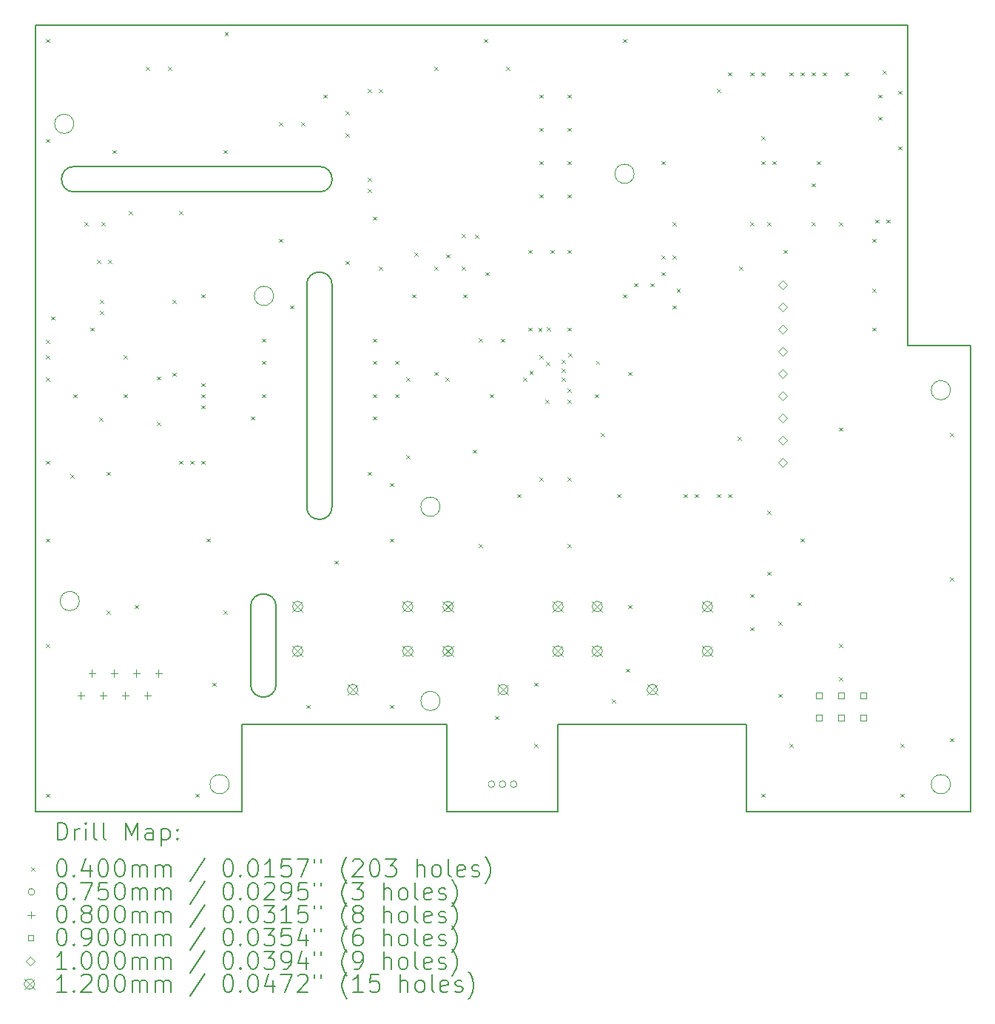
<source format=gbr>
%TF.GenerationSoftware,KiCad,Pcbnew,7.0.9*%
%TF.CreationDate,2023-12-25T16:07:33+01:00*%
%TF.ProjectId,wall-mounted-room-temperature-sensor-ethernet,77616c6c-2d6d-46f7-956e-7465642d726f,v1.0*%
%TF.SameCoordinates,Original*%
%TF.FileFunction,Drillmap*%
%TF.FilePolarity,Positive*%
%FSLAX45Y45*%
G04 Gerber Fmt 4.5, Leading zero omitted, Abs format (unit mm)*
G04 Created by KiCad (PCBNEW 7.0.9) date 2023-12-25 16:07:33*
%MOMM*%
%LPD*%
G01*
G04 APERTURE LIST*
%ADD10C,0.200000*%
%ADD11C,0.050000*%
%ADD12C,0.100000*%
%ADD13C,0.120000*%
G04 APERTURE END LIST*
D10*
X6159500Y-14872000D02*
X8509000Y-14872000D01*
X3800000Y-6872000D02*
X3800000Y-15875000D01*
X3800000Y-6872000D02*
X13779500Y-6872000D01*
X6902500Y-12382500D02*
X6902500Y-9842500D01*
X7192500Y-9842500D02*
X7192500Y-12382500D01*
X6261100Y-14414500D02*
G75*
G03*
X6553200Y-14414500I146050J0D01*
G01*
X6261100Y-14414500D02*
X6261100Y-13525500D01*
X6553200Y-13525500D02*
X6553200Y-14414500D01*
X6553200Y-13525500D02*
G75*
G03*
X6261100Y-13525500I-146050J0D01*
G01*
X9779000Y-15875000D02*
X8509000Y-15875000D01*
X9779000Y-15875000D02*
X9779000Y-14872000D01*
X9779000Y-14872000D02*
X11938000Y-14872000D01*
X14500000Y-15875000D02*
X14500000Y-14872000D01*
X14500000Y-15875000D02*
X11938000Y-15875000D01*
X11938000Y-15875000D02*
X11938000Y-14872000D01*
X6159500Y-15875000D02*
X6159500Y-14872000D01*
D11*
X6015500Y-15557500D02*
G75*
G03*
X6015500Y-15557500I-110000J0D01*
G01*
X8428500Y-12382500D02*
G75*
G03*
X8428500Y-12382500I-110000J0D01*
G01*
X4301000Y-13462000D02*
G75*
G03*
X4301000Y-13462000I-110000J0D01*
G01*
X6523500Y-9969500D02*
G75*
G03*
X6523500Y-9969500I-110000J0D01*
G01*
X10651000Y-8572500D02*
G75*
G03*
X10651000Y-8572500I-110000J0D01*
G01*
X4237500Y-8001000D02*
G75*
G03*
X4237500Y-8001000I-110000J0D01*
G01*
X14270500Y-15557500D02*
G75*
G03*
X14270500Y-15557500I-110000J0D01*
G01*
X14270500Y-11049000D02*
G75*
G03*
X14270500Y-11049000I-110000J0D01*
G01*
X8428500Y-14605000D02*
G75*
G03*
X8428500Y-14605000I-110000J0D01*
G01*
D10*
X14500000Y-10541000D02*
X14500000Y-14872000D01*
X7192500Y-9842500D02*
G75*
G03*
X6902500Y-9842500I-145000J0D01*
G01*
X4241800Y-8490000D02*
X7048500Y-8490000D01*
X13779500Y-10541000D02*
X13779500Y-6872000D01*
X3800000Y-15875000D02*
X6159500Y-15875000D01*
X7048500Y-8780000D02*
X4241800Y-8780000D01*
X4241800Y-8490000D02*
G75*
G03*
X4241800Y-8780000I0J-145000D01*
G01*
X6902500Y-12382500D02*
G75*
G03*
X7192500Y-12382500I145000J0D01*
G01*
X14500000Y-10541000D02*
X13779500Y-10541000D01*
X8509000Y-15875000D02*
X8509000Y-14872000D01*
X7048500Y-8780000D02*
G75*
G03*
X7048500Y-8490000I0J145000D01*
G01*
D12*
X3917000Y-7028500D02*
X3957000Y-7068500D01*
X3957000Y-7028500D02*
X3917000Y-7068500D01*
X3917000Y-8171500D02*
X3957000Y-8211500D01*
X3957000Y-8171500D02*
X3917000Y-8211500D01*
X3917000Y-10470200D02*
X3957000Y-10510200D01*
X3957000Y-10470200D02*
X3917000Y-10510200D01*
X3917000Y-10648000D02*
X3957000Y-10688000D01*
X3957000Y-10648000D02*
X3917000Y-10688000D01*
X3917000Y-10902000D02*
X3957000Y-10942000D01*
X3957000Y-10902000D02*
X3917000Y-10942000D01*
X3917000Y-11854500D02*
X3957000Y-11894500D01*
X3957000Y-11854500D02*
X3917000Y-11894500D01*
X3917000Y-12743500D02*
X3957000Y-12783500D01*
X3957000Y-12743500D02*
X3917000Y-12783500D01*
X3917000Y-13950000D02*
X3957000Y-13990000D01*
X3957000Y-13950000D02*
X3917000Y-13990000D01*
X3917000Y-15664500D02*
X3957000Y-15704500D01*
X3957000Y-15664500D02*
X3917000Y-15704500D01*
X3980500Y-10203500D02*
X4020500Y-10243500D01*
X4020500Y-10203500D02*
X3980500Y-10243500D01*
X4201000Y-12011500D02*
X4241000Y-12051500D01*
X4241000Y-12011500D02*
X4201000Y-12051500D01*
X4234500Y-11092500D02*
X4274500Y-11132500D01*
X4274500Y-11092500D02*
X4234500Y-11132500D01*
X4361500Y-9124000D02*
X4401500Y-9164000D01*
X4401500Y-9124000D02*
X4361500Y-9164000D01*
X4425000Y-10330500D02*
X4465000Y-10370500D01*
X4465000Y-10330500D02*
X4425000Y-10370500D01*
X4501200Y-9555800D02*
X4541200Y-9595800D01*
X4541200Y-9555800D02*
X4501200Y-9595800D01*
X4526600Y-11359200D02*
X4566600Y-11399200D01*
X4566600Y-11359200D02*
X4526600Y-11399200D01*
X4539300Y-10013000D02*
X4579300Y-10053000D01*
X4579300Y-10013000D02*
X4539300Y-10053000D01*
X4539300Y-10140000D02*
X4579300Y-10180000D01*
X4579300Y-10140000D02*
X4539300Y-10180000D01*
X4552000Y-9124000D02*
X4592000Y-9164000D01*
X4592000Y-9124000D02*
X4552000Y-9164000D01*
X4615500Y-11981500D02*
X4655500Y-12021500D01*
X4655500Y-11981500D02*
X4615500Y-12021500D01*
X4615500Y-13569000D02*
X4655500Y-13609000D01*
X4655500Y-13569000D02*
X4615500Y-13609000D01*
X4628200Y-9555800D02*
X4668200Y-9595800D01*
X4668200Y-9555800D02*
X4628200Y-9595800D01*
X4679000Y-8298500D02*
X4719000Y-8338500D01*
X4719000Y-8298500D02*
X4679000Y-8338500D01*
X4806000Y-10648000D02*
X4846000Y-10688000D01*
X4846000Y-10648000D02*
X4806000Y-10688000D01*
X4806000Y-11092500D02*
X4846000Y-11132500D01*
X4846000Y-11092500D02*
X4806000Y-11132500D01*
X4869500Y-8997000D02*
X4909500Y-9037000D01*
X4909500Y-8997000D02*
X4869500Y-9037000D01*
X4933000Y-13505500D02*
X4973000Y-13545500D01*
X4973000Y-13505500D02*
X4933000Y-13545500D01*
X5060000Y-7346000D02*
X5100000Y-7386000D01*
X5100000Y-7346000D02*
X5060000Y-7386000D01*
X5187000Y-10889300D02*
X5227000Y-10929300D01*
X5227000Y-10889300D02*
X5187000Y-10929300D01*
X5187000Y-11410000D02*
X5227000Y-11450000D01*
X5227000Y-11410000D02*
X5187000Y-11450000D01*
X5314000Y-7346000D02*
X5354000Y-7386000D01*
X5354000Y-7346000D02*
X5314000Y-7386000D01*
X5367000Y-10013000D02*
X5407000Y-10053000D01*
X5407000Y-10013000D02*
X5367000Y-10053000D01*
X5367000Y-10849000D02*
X5407000Y-10889000D01*
X5407000Y-10849000D02*
X5367000Y-10889000D01*
X5441000Y-8997000D02*
X5481000Y-9037000D01*
X5481000Y-8997000D02*
X5441000Y-9037000D01*
X5441000Y-11854500D02*
X5481000Y-11894500D01*
X5481000Y-11854500D02*
X5441000Y-11894500D01*
X5568000Y-11854500D02*
X5608000Y-11894500D01*
X5608000Y-11854500D02*
X5568000Y-11894500D01*
X5631500Y-15664500D02*
X5671500Y-15704500D01*
X5671500Y-15664500D02*
X5631500Y-15704500D01*
X5695000Y-9949500D02*
X5735000Y-9989500D01*
X5735000Y-9949500D02*
X5695000Y-9989500D01*
X5695000Y-10965500D02*
X5735000Y-11005500D01*
X5735000Y-10965500D02*
X5695000Y-11005500D01*
X5695000Y-11092500D02*
X5735000Y-11132500D01*
X5735000Y-11092500D02*
X5695000Y-11132500D01*
X5695000Y-11219500D02*
X5735000Y-11259500D01*
X5735000Y-11219500D02*
X5695000Y-11259500D01*
X5695000Y-11854500D02*
X5735000Y-11894500D01*
X5735000Y-11854500D02*
X5695000Y-11894500D01*
X5758500Y-12743500D02*
X5798500Y-12783500D01*
X5798500Y-12743500D02*
X5758500Y-12783500D01*
X5822000Y-14394500D02*
X5862000Y-14434500D01*
X5862000Y-14394500D02*
X5822000Y-14434500D01*
X5949000Y-8298500D02*
X5989000Y-8338500D01*
X5989000Y-8298500D02*
X5949000Y-8338500D01*
X5949000Y-13569000D02*
X5989000Y-13609000D01*
X5989000Y-13569000D02*
X5949000Y-13609000D01*
X5963000Y-6951000D02*
X6003000Y-6991000D01*
X6003000Y-6951000D02*
X5963000Y-6991000D01*
X6266500Y-11346500D02*
X6306500Y-11386500D01*
X6306500Y-11346500D02*
X6266500Y-11386500D01*
X6393500Y-10457500D02*
X6433500Y-10497500D01*
X6433500Y-10457500D02*
X6393500Y-10497500D01*
X6393500Y-10711500D02*
X6433500Y-10751500D01*
X6433500Y-10711500D02*
X6393500Y-10751500D01*
X6393500Y-11092500D02*
X6433500Y-11132500D01*
X6433500Y-11092500D02*
X6393500Y-11132500D01*
X6584000Y-7981000D02*
X6624000Y-8021000D01*
X6624000Y-7981000D02*
X6584000Y-8021000D01*
X6584000Y-9314500D02*
X6624000Y-9354500D01*
X6624000Y-9314500D02*
X6584000Y-9354500D01*
X6711000Y-10076500D02*
X6751000Y-10116500D01*
X6751000Y-10076500D02*
X6711000Y-10116500D01*
X6838000Y-7981000D02*
X6878000Y-8021000D01*
X6878000Y-7981000D02*
X6838000Y-8021000D01*
X6901500Y-14648500D02*
X6941500Y-14688500D01*
X6941500Y-14648500D02*
X6901500Y-14688500D01*
X7092000Y-7663500D02*
X7132000Y-7703500D01*
X7132000Y-7663500D02*
X7092000Y-7703500D01*
X7219000Y-12997500D02*
X7259000Y-13037500D01*
X7259000Y-12997500D02*
X7219000Y-13037500D01*
X7346000Y-7854000D02*
X7386000Y-7894000D01*
X7386000Y-7854000D02*
X7346000Y-7894000D01*
X7346000Y-8108000D02*
X7386000Y-8148000D01*
X7386000Y-8108000D02*
X7346000Y-8148000D01*
X7346000Y-9568500D02*
X7386000Y-9608500D01*
X7386000Y-9568500D02*
X7346000Y-9608500D01*
X7600000Y-7600000D02*
X7640000Y-7640000D01*
X7640000Y-7600000D02*
X7600000Y-7640000D01*
X7600000Y-8616000D02*
X7640000Y-8656000D01*
X7640000Y-8616000D02*
X7600000Y-8656000D01*
X7600000Y-8743000D02*
X7640000Y-8783000D01*
X7640000Y-8743000D02*
X7600000Y-8783000D01*
X7600000Y-11981500D02*
X7640000Y-12021500D01*
X7640000Y-11981500D02*
X7600000Y-12021500D01*
X7663500Y-9060500D02*
X7703500Y-9100500D01*
X7703500Y-9060500D02*
X7663500Y-9100500D01*
X7663500Y-10457500D02*
X7703500Y-10497500D01*
X7703500Y-10457500D02*
X7663500Y-10497500D01*
X7663500Y-10711500D02*
X7703500Y-10751500D01*
X7703500Y-10711500D02*
X7663500Y-10751500D01*
X7663500Y-11092500D02*
X7703500Y-11132500D01*
X7703500Y-11092500D02*
X7663500Y-11132500D01*
X7663500Y-11346500D02*
X7703500Y-11386500D01*
X7703500Y-11346500D02*
X7663500Y-11386500D01*
X7727000Y-7600000D02*
X7767000Y-7640000D01*
X7767000Y-7600000D02*
X7727000Y-7640000D01*
X7727000Y-9632000D02*
X7767000Y-9672000D01*
X7767000Y-9632000D02*
X7727000Y-9672000D01*
X7854000Y-12108500D02*
X7894000Y-12148500D01*
X7894000Y-12108500D02*
X7854000Y-12148500D01*
X7854000Y-12743500D02*
X7894000Y-12783500D01*
X7894000Y-12743500D02*
X7854000Y-12783500D01*
X7854000Y-14648500D02*
X7894000Y-14688500D01*
X7894000Y-14648500D02*
X7854000Y-14688500D01*
X7917500Y-10711500D02*
X7957500Y-10751500D01*
X7957500Y-10711500D02*
X7917500Y-10751500D01*
X7917500Y-11092500D02*
X7957500Y-11132500D01*
X7957500Y-11092500D02*
X7917500Y-11132500D01*
X8044500Y-10902000D02*
X8084500Y-10942000D01*
X8084500Y-10902000D02*
X8044500Y-10942000D01*
X8044500Y-11791000D02*
X8084500Y-11831000D01*
X8084500Y-11791000D02*
X8044500Y-11831000D01*
X8108000Y-9949500D02*
X8148000Y-9989500D01*
X8148000Y-9949500D02*
X8108000Y-9989500D01*
X8138000Y-9475000D02*
X8178000Y-9515000D01*
X8178000Y-9475000D02*
X8138000Y-9515000D01*
X8362000Y-7346000D02*
X8402000Y-7386000D01*
X8402000Y-7346000D02*
X8362000Y-7386000D01*
X8362000Y-9632000D02*
X8402000Y-9672000D01*
X8402000Y-9632000D02*
X8362000Y-9672000D01*
X8362000Y-10838500D02*
X8402000Y-10878500D01*
X8402000Y-10838500D02*
X8362000Y-10878500D01*
X8489000Y-10902000D02*
X8529000Y-10942000D01*
X8529000Y-10902000D02*
X8489000Y-10942000D01*
X8500500Y-9493500D02*
X8540500Y-9533500D01*
X8540500Y-9493500D02*
X8500500Y-9533500D01*
X8679500Y-9259000D02*
X8719500Y-9299000D01*
X8719500Y-9259000D02*
X8679500Y-9299000D01*
X8679500Y-9632000D02*
X8719500Y-9672000D01*
X8719500Y-9632000D02*
X8679500Y-9672000D01*
X8692200Y-9949500D02*
X8732200Y-9989500D01*
X8732200Y-9949500D02*
X8692200Y-9989500D01*
X8806500Y-11727500D02*
X8846500Y-11767500D01*
X8846500Y-11727500D02*
X8806500Y-11767500D01*
X8827500Y-9272000D02*
X8867500Y-9312000D01*
X8867500Y-9272000D02*
X8827500Y-9312000D01*
X8870000Y-12807000D02*
X8910000Y-12847000D01*
X8910000Y-12807000D02*
X8870000Y-12847000D01*
X8871033Y-10456467D02*
X8911033Y-10496467D01*
X8911033Y-10456467D02*
X8871033Y-10496467D01*
X8933500Y-7028500D02*
X8973500Y-7068500D01*
X8973500Y-7028500D02*
X8933500Y-7068500D01*
X8946200Y-9695500D02*
X8986200Y-9735500D01*
X8986200Y-9695500D02*
X8946200Y-9735500D01*
X8997000Y-11092500D02*
X9037000Y-11132500D01*
X9037000Y-11092500D02*
X8997000Y-11132500D01*
X9060500Y-14775500D02*
X9100500Y-14815500D01*
X9100500Y-14775500D02*
X9060500Y-14815500D01*
X9124000Y-10457500D02*
X9164000Y-10497500D01*
X9164000Y-10457500D02*
X9124000Y-10497500D01*
X9187500Y-7346000D02*
X9227500Y-7386000D01*
X9227500Y-7346000D02*
X9187500Y-7386000D01*
X9314500Y-12235500D02*
X9354500Y-12275500D01*
X9354500Y-12235500D02*
X9314500Y-12275500D01*
X9378000Y-10902000D02*
X9418000Y-10942000D01*
X9418000Y-10902000D02*
X9378000Y-10942000D01*
X9441500Y-9441500D02*
X9481500Y-9481500D01*
X9481500Y-9441500D02*
X9441500Y-9481500D01*
X9441500Y-10330500D02*
X9481500Y-10370500D01*
X9481500Y-10330500D02*
X9441500Y-10370500D01*
X9453000Y-10827000D02*
X9493000Y-10867000D01*
X9493000Y-10827000D02*
X9453000Y-10867000D01*
X9505000Y-14394500D02*
X9545000Y-14434500D01*
X9545000Y-14394500D02*
X9505000Y-14434500D01*
X9505000Y-15093000D02*
X9545000Y-15133000D01*
X9545000Y-15093000D02*
X9505000Y-15133000D01*
X9552518Y-10335452D02*
X9592518Y-10375452D01*
X9592518Y-10335452D02*
X9552518Y-10375452D01*
X9568500Y-7663500D02*
X9608500Y-7703500D01*
X9608500Y-7663500D02*
X9568500Y-7703500D01*
X9568500Y-8044500D02*
X9608500Y-8084500D01*
X9608500Y-8044500D02*
X9568500Y-8084500D01*
X9568500Y-8425500D02*
X9608500Y-8465500D01*
X9608500Y-8425500D02*
X9568500Y-8465500D01*
X9568500Y-8806500D02*
X9608500Y-8846500D01*
X9608500Y-8806500D02*
X9568500Y-8846500D01*
X9568500Y-10648000D02*
X9608500Y-10688000D01*
X9608500Y-10648000D02*
X9568500Y-10688000D01*
X9568500Y-12045000D02*
X9608500Y-12085000D01*
X9608500Y-12045000D02*
X9568500Y-12085000D01*
X9632000Y-11156000D02*
X9672000Y-11196000D01*
X9672000Y-11156000D02*
X9632000Y-11196000D01*
X9643500Y-10723000D02*
X9683500Y-10763000D01*
X9683500Y-10723000D02*
X9643500Y-10763000D01*
X9652325Y-10329234D02*
X9692325Y-10369234D01*
X9692325Y-10329234D02*
X9652325Y-10369234D01*
X9695500Y-9441500D02*
X9735500Y-9481500D01*
X9735500Y-9441500D02*
X9695500Y-9481500D01*
X9819467Y-10798967D02*
X9859467Y-10838967D01*
X9859467Y-10798967D02*
X9819467Y-10838967D01*
X9822500Y-10698800D02*
X9862500Y-10738800D01*
X9862500Y-10698800D02*
X9822500Y-10738800D01*
X9822500Y-10902000D02*
X9862500Y-10942000D01*
X9862500Y-10902000D02*
X9822500Y-10942000D01*
X9886000Y-7663500D02*
X9926000Y-7703500D01*
X9926000Y-7663500D02*
X9886000Y-7703500D01*
X9886000Y-8044500D02*
X9926000Y-8084500D01*
X9926000Y-8044500D02*
X9886000Y-8084500D01*
X9886000Y-8425500D02*
X9926000Y-8465500D01*
X9926000Y-8425500D02*
X9886000Y-8465500D01*
X9886000Y-8806500D02*
X9926000Y-8846500D01*
X9926000Y-8806500D02*
X9886000Y-8846500D01*
X9886000Y-9441500D02*
X9926000Y-9481500D01*
X9926000Y-9441500D02*
X9886000Y-9481500D01*
X9886000Y-10330500D02*
X9926000Y-10370500D01*
X9926000Y-10330500D02*
X9886000Y-10370500D01*
X9886000Y-11029000D02*
X9926000Y-11069000D01*
X9926000Y-11029000D02*
X9886000Y-11069000D01*
X9886000Y-11156000D02*
X9926000Y-11196000D01*
X9926000Y-11156000D02*
X9886000Y-11196000D01*
X9886000Y-12045000D02*
X9926000Y-12085000D01*
X9926000Y-12045000D02*
X9886000Y-12085000D01*
X9886000Y-12807000D02*
X9926000Y-12847000D01*
X9926000Y-12807000D02*
X9886000Y-12847000D01*
X9898700Y-10622600D02*
X9938700Y-10662600D01*
X9938700Y-10622600D02*
X9898700Y-10662600D01*
X10203500Y-11092500D02*
X10243500Y-11132500D01*
X10243500Y-11092500D02*
X10203500Y-11132500D01*
X10215000Y-10711500D02*
X10255000Y-10751500D01*
X10255000Y-10711500D02*
X10215000Y-10751500D01*
X10267000Y-11537000D02*
X10307000Y-11577000D01*
X10307000Y-11537000D02*
X10267000Y-11577000D01*
X10394000Y-14585000D02*
X10434000Y-14625000D01*
X10434000Y-14585000D02*
X10394000Y-14625000D01*
X10457500Y-12235500D02*
X10497500Y-12275500D01*
X10497500Y-12235500D02*
X10457500Y-12275500D01*
X10521000Y-7028500D02*
X10561000Y-7068500D01*
X10561000Y-7028500D02*
X10521000Y-7068500D01*
X10521000Y-9949500D02*
X10561000Y-9989500D01*
X10561000Y-9949500D02*
X10521000Y-9989500D01*
X10554500Y-14234000D02*
X10594500Y-14274000D01*
X10594500Y-14234000D02*
X10554500Y-14274000D01*
X10584500Y-10838500D02*
X10624500Y-10878500D01*
X10624500Y-10838500D02*
X10584500Y-10878500D01*
X10584500Y-13505500D02*
X10624500Y-13545500D01*
X10624500Y-13505500D02*
X10584500Y-13545500D01*
X10648000Y-9822500D02*
X10688000Y-9862500D01*
X10688000Y-9822500D02*
X10648000Y-9862500D01*
X10838500Y-9822500D02*
X10878500Y-9862500D01*
X10878500Y-9822500D02*
X10838500Y-9862500D01*
X10965500Y-8425500D02*
X11005500Y-8465500D01*
X11005500Y-8425500D02*
X10965500Y-8465500D01*
X10965500Y-9505000D02*
X11005500Y-9545000D01*
X11005500Y-9505000D02*
X10965500Y-9545000D01*
X10965500Y-9695500D02*
X11005500Y-9735500D01*
X11005500Y-9695500D02*
X10965500Y-9735500D01*
X11092500Y-9124000D02*
X11132500Y-9164000D01*
X11132500Y-9124000D02*
X11092500Y-9164000D01*
X11092500Y-9505000D02*
X11132500Y-9545000D01*
X11132500Y-9505000D02*
X11092500Y-9545000D01*
X11092500Y-10076500D02*
X11132500Y-10116500D01*
X11132500Y-10076500D02*
X11092500Y-10116500D01*
X11137000Y-9886000D02*
X11177000Y-9926000D01*
X11177000Y-9886000D02*
X11137000Y-9926000D01*
X11219500Y-12235500D02*
X11259500Y-12275500D01*
X11259500Y-12235500D02*
X11219500Y-12275500D01*
X11346500Y-12235500D02*
X11386500Y-12275500D01*
X11386500Y-12235500D02*
X11346500Y-12275500D01*
X11600500Y-7600000D02*
X11640500Y-7640000D01*
X11640500Y-7600000D02*
X11600500Y-7640000D01*
X11600500Y-12235500D02*
X11640500Y-12275500D01*
X11640500Y-12235500D02*
X11600500Y-12275500D01*
X11727500Y-7409500D02*
X11767500Y-7449500D01*
X11767500Y-7409500D02*
X11727500Y-7449500D01*
X11727500Y-12235500D02*
X11767500Y-12275500D01*
X11767500Y-12235500D02*
X11727500Y-12275500D01*
X11833000Y-11579000D02*
X11873000Y-11619000D01*
X11873000Y-11579000D02*
X11833000Y-11619000D01*
X11854500Y-9632000D02*
X11894500Y-9672000D01*
X11894500Y-9632000D02*
X11854500Y-9672000D01*
X11981500Y-7409500D02*
X12021500Y-7449500D01*
X12021500Y-7409500D02*
X11981500Y-7449500D01*
X11981500Y-9124000D02*
X12021500Y-9164000D01*
X12021500Y-9124000D02*
X11981500Y-9164000D01*
X11981500Y-13378500D02*
X12021500Y-13418500D01*
X12021500Y-13378500D02*
X11981500Y-13418500D01*
X11981500Y-13759500D02*
X12021500Y-13799500D01*
X12021500Y-13759500D02*
X11981500Y-13799500D01*
X12108500Y-7409500D02*
X12148500Y-7449500D01*
X12148500Y-7409500D02*
X12108500Y-7449500D01*
X12108500Y-8141500D02*
X12148500Y-8181500D01*
X12148500Y-8141500D02*
X12108500Y-8181500D01*
X12108500Y-8425500D02*
X12148500Y-8465500D01*
X12148500Y-8425500D02*
X12108500Y-8465500D01*
X12108500Y-15664500D02*
X12148500Y-15704500D01*
X12148500Y-15664500D02*
X12108500Y-15704500D01*
X12172000Y-9124000D02*
X12212000Y-9164000D01*
X12212000Y-9124000D02*
X12172000Y-9164000D01*
X12172000Y-12426000D02*
X12212000Y-12466000D01*
X12212000Y-12426000D02*
X12172000Y-12466000D01*
X12172000Y-13124500D02*
X12212000Y-13164500D01*
X12212000Y-13124500D02*
X12172000Y-13164500D01*
X12235500Y-8425500D02*
X12275500Y-8465500D01*
X12275500Y-8425500D02*
X12235500Y-8465500D01*
X12299000Y-13696000D02*
X12339000Y-13736000D01*
X12339000Y-13696000D02*
X12299000Y-13736000D01*
X12299000Y-14521500D02*
X12339000Y-14561500D01*
X12339000Y-14521500D02*
X12299000Y-14561500D01*
X12362500Y-9441500D02*
X12402500Y-9481500D01*
X12402500Y-9441500D02*
X12362500Y-9481500D01*
X12426000Y-7409500D02*
X12466000Y-7449500D01*
X12466000Y-7409500D02*
X12426000Y-7449500D01*
X12426000Y-15093000D02*
X12466000Y-15133000D01*
X12466000Y-15093000D02*
X12426000Y-15133000D01*
X12521250Y-13473750D02*
X12561250Y-13513750D01*
X12561250Y-13473750D02*
X12521250Y-13513750D01*
X12553000Y-7409500D02*
X12593000Y-7449500D01*
X12593000Y-7409500D02*
X12553000Y-7449500D01*
X12553000Y-12743500D02*
X12593000Y-12783500D01*
X12593000Y-12743500D02*
X12553000Y-12783500D01*
X12680000Y-7409500D02*
X12720000Y-7449500D01*
X12720000Y-7409500D02*
X12680000Y-7449500D01*
X12680000Y-8679500D02*
X12720000Y-8719500D01*
X12720000Y-8679500D02*
X12680000Y-8719500D01*
X12680000Y-9124000D02*
X12720000Y-9164000D01*
X12720000Y-9124000D02*
X12680000Y-9164000D01*
X12743500Y-8425500D02*
X12783500Y-8465500D01*
X12783500Y-8425500D02*
X12743500Y-8465500D01*
X12807000Y-7409500D02*
X12847000Y-7449500D01*
X12847000Y-7409500D02*
X12807000Y-7449500D01*
X12997500Y-9124000D02*
X13037500Y-9164000D01*
X13037500Y-9124000D02*
X12997500Y-9164000D01*
X12997500Y-11473500D02*
X13037500Y-11513500D01*
X13037500Y-11473500D02*
X12997500Y-11513500D01*
X12997500Y-13950000D02*
X13037500Y-13990000D01*
X13037500Y-13950000D02*
X12997500Y-13990000D01*
X12997500Y-14331000D02*
X13037500Y-14371000D01*
X13037500Y-14331000D02*
X12997500Y-14371000D01*
X13061000Y-7409500D02*
X13101000Y-7449500D01*
X13101000Y-7409500D02*
X13061000Y-7449500D01*
X13378500Y-9314500D02*
X13418500Y-9354500D01*
X13418500Y-9314500D02*
X13378500Y-9354500D01*
X13378500Y-9886000D02*
X13418500Y-9926000D01*
X13418500Y-9886000D02*
X13378500Y-9926000D01*
X13378500Y-10330500D02*
X13418500Y-10370500D01*
X13418500Y-10330500D02*
X13378500Y-10370500D01*
X13413000Y-9095000D02*
X13453000Y-9135000D01*
X13453000Y-9095000D02*
X13413000Y-9135000D01*
X13442000Y-7663500D02*
X13482000Y-7703500D01*
X13482000Y-7663500D02*
X13442000Y-7703500D01*
X13442000Y-7917500D02*
X13482000Y-7957500D01*
X13482000Y-7917500D02*
X13442000Y-7957500D01*
X13492800Y-7391500D02*
X13532800Y-7431500D01*
X13532800Y-7391500D02*
X13492800Y-7431500D01*
X13540000Y-9095000D02*
X13580000Y-9135000D01*
X13580000Y-9095000D02*
X13540000Y-9135000D01*
X13674000Y-7622000D02*
X13714000Y-7662000D01*
X13714000Y-7622000D02*
X13674000Y-7662000D01*
X13674000Y-8257000D02*
X13714000Y-8297000D01*
X13714000Y-8257000D02*
X13674000Y-8297000D01*
X13696000Y-15093000D02*
X13736000Y-15133000D01*
X13736000Y-15093000D02*
X13696000Y-15133000D01*
X13696000Y-15664500D02*
X13736000Y-15704500D01*
X13736000Y-15664500D02*
X13696000Y-15704500D01*
X14267500Y-11537000D02*
X14307500Y-11577000D01*
X14307500Y-11537000D02*
X14267500Y-11577000D01*
X14267500Y-13188000D02*
X14307500Y-13228000D01*
X14307500Y-13188000D02*
X14267500Y-13228000D01*
X14267500Y-15029500D02*
X14307500Y-15069500D01*
X14307500Y-15029500D02*
X14267500Y-15069500D01*
X9054500Y-15557500D02*
G75*
G03*
X9054500Y-15557500I-37500J0D01*
G01*
X9181500Y-15557500D02*
G75*
G03*
X9181500Y-15557500I-37500J0D01*
G01*
X9308500Y-15557500D02*
G75*
G03*
X9308500Y-15557500I-37500J0D01*
G01*
X4318100Y-14501500D02*
X4318100Y-14581500D01*
X4278100Y-14541500D02*
X4358100Y-14541500D01*
X4445100Y-14247500D02*
X4445100Y-14327500D01*
X4405100Y-14287500D02*
X4485100Y-14287500D01*
X4572100Y-14501500D02*
X4572100Y-14581500D01*
X4532100Y-14541500D02*
X4612100Y-14541500D01*
X4699100Y-14247500D02*
X4699100Y-14327500D01*
X4659100Y-14287500D02*
X4739100Y-14287500D01*
X4826100Y-14501500D02*
X4826100Y-14581500D01*
X4786100Y-14541500D02*
X4866100Y-14541500D01*
X4953100Y-14247500D02*
X4953100Y-14327500D01*
X4913100Y-14287500D02*
X4993100Y-14287500D01*
X5080100Y-14501500D02*
X5080100Y-14581500D01*
X5040100Y-14541500D02*
X5120100Y-14541500D01*
X5207100Y-14247500D02*
X5207100Y-14327500D01*
X5167100Y-14287500D02*
X5247100Y-14287500D01*
X12795320Y-14573320D02*
X12795320Y-14509680D01*
X12731680Y-14509680D01*
X12731680Y-14573320D01*
X12795320Y-14573320D01*
X12795320Y-14827320D02*
X12795320Y-14763680D01*
X12731680Y-14763680D01*
X12731680Y-14827320D01*
X12795320Y-14827320D01*
X13049320Y-14573320D02*
X13049320Y-14509680D01*
X12985680Y-14509680D01*
X12985680Y-14573320D01*
X13049320Y-14573320D01*
X13049320Y-14827320D02*
X13049320Y-14763680D01*
X12985680Y-14763680D01*
X12985680Y-14827320D01*
X13049320Y-14827320D01*
X13303320Y-14573320D02*
X13303320Y-14509680D01*
X13239680Y-14509680D01*
X13239680Y-14573320D01*
X13303320Y-14573320D01*
X13303320Y-14827320D02*
X13303320Y-14763680D01*
X13239680Y-14763680D01*
X13239680Y-14827320D01*
X13303320Y-14827320D01*
X12351500Y-9892500D02*
X12401500Y-9842500D01*
X12351500Y-9792500D01*
X12301500Y-9842500D01*
X12351500Y-9892500D01*
X12351500Y-10146500D02*
X12401500Y-10096500D01*
X12351500Y-10046500D01*
X12301500Y-10096500D01*
X12351500Y-10146500D01*
X12351500Y-10400500D02*
X12401500Y-10350500D01*
X12351500Y-10300500D01*
X12301500Y-10350500D01*
X12351500Y-10400500D01*
X12351500Y-10654500D02*
X12401500Y-10604500D01*
X12351500Y-10554500D01*
X12301500Y-10604500D01*
X12351500Y-10654500D01*
X12351500Y-10908500D02*
X12401500Y-10858500D01*
X12351500Y-10808500D01*
X12301500Y-10858500D01*
X12351500Y-10908500D01*
X12351500Y-11162500D02*
X12401500Y-11112500D01*
X12351500Y-11062500D01*
X12301500Y-11112500D01*
X12351500Y-11162500D01*
X12351500Y-11416500D02*
X12401500Y-11366500D01*
X12351500Y-11316500D01*
X12301500Y-11366500D01*
X12351500Y-11416500D01*
X12351500Y-11670500D02*
X12401500Y-11620500D01*
X12351500Y-11570500D01*
X12301500Y-11620500D01*
X12351500Y-11670500D01*
X12351500Y-11924500D02*
X12401500Y-11874500D01*
X12351500Y-11824500D01*
X12301500Y-11874500D01*
X12351500Y-11924500D01*
D13*
X6739500Y-13464500D02*
X6859500Y-13584500D01*
X6859500Y-13464500D02*
X6739500Y-13584500D01*
X6859500Y-13524500D02*
G75*
G03*
X6859500Y-13524500I-60000J0D01*
G01*
X6739500Y-13974500D02*
X6859500Y-14094500D01*
X6859500Y-13974500D02*
X6739500Y-14094500D01*
X6859500Y-14034500D02*
G75*
G03*
X6859500Y-14034500I-60000J0D01*
G01*
X7369500Y-14414500D02*
X7489500Y-14534500D01*
X7489500Y-14414500D02*
X7369500Y-14534500D01*
X7489500Y-14474500D02*
G75*
G03*
X7489500Y-14474500I-60000J0D01*
G01*
X7999500Y-13464500D02*
X8119500Y-13584500D01*
X8119500Y-13464500D02*
X7999500Y-13584500D01*
X8119500Y-13524500D02*
G75*
G03*
X8119500Y-13524500I-60000J0D01*
G01*
X7999500Y-13974500D02*
X8119500Y-14094500D01*
X8119500Y-13974500D02*
X7999500Y-14094500D01*
X8119500Y-14034500D02*
G75*
G03*
X8119500Y-14034500I-60000J0D01*
G01*
X8460000Y-13464500D02*
X8580000Y-13584500D01*
X8580000Y-13464500D02*
X8460000Y-13584500D01*
X8580000Y-13524500D02*
G75*
G03*
X8580000Y-13524500I-60000J0D01*
G01*
X8460000Y-13974500D02*
X8580000Y-14094500D01*
X8580000Y-13974500D02*
X8460000Y-14094500D01*
X8580000Y-14034500D02*
G75*
G03*
X8580000Y-14034500I-60000J0D01*
G01*
X9090000Y-14414500D02*
X9210000Y-14534500D01*
X9210000Y-14414500D02*
X9090000Y-14534500D01*
X9210000Y-14474500D02*
G75*
G03*
X9210000Y-14474500I-60000J0D01*
G01*
X9720000Y-13464500D02*
X9840000Y-13584500D01*
X9840000Y-13464500D02*
X9720000Y-13584500D01*
X9840000Y-13524500D02*
G75*
G03*
X9840000Y-13524500I-60000J0D01*
G01*
X9720000Y-13974500D02*
X9840000Y-14094500D01*
X9840000Y-13974500D02*
X9720000Y-14094500D01*
X9840000Y-14034500D02*
G75*
G03*
X9840000Y-14034500I-60000J0D01*
G01*
X10168500Y-13464500D02*
X10288500Y-13584500D01*
X10288500Y-13464500D02*
X10168500Y-13584500D01*
X10288500Y-13524500D02*
G75*
G03*
X10288500Y-13524500I-60000J0D01*
G01*
X10168500Y-13974500D02*
X10288500Y-14094500D01*
X10288500Y-13974500D02*
X10168500Y-14094500D01*
X10288500Y-14034500D02*
G75*
G03*
X10288500Y-14034500I-60000J0D01*
G01*
X10798500Y-14414500D02*
X10918500Y-14534500D01*
X10918500Y-14414500D02*
X10798500Y-14534500D01*
X10918500Y-14474500D02*
G75*
G03*
X10918500Y-14474500I-60000J0D01*
G01*
X11428500Y-13464500D02*
X11548500Y-13584500D01*
X11548500Y-13464500D02*
X11428500Y-13584500D01*
X11548500Y-13524500D02*
G75*
G03*
X11548500Y-13524500I-60000J0D01*
G01*
X11428500Y-13974500D02*
X11548500Y-14094500D01*
X11548500Y-13974500D02*
X11428500Y-14094500D01*
X11548500Y-14034500D02*
G75*
G03*
X11548500Y-14034500I-60000J0D01*
G01*
D10*
X4050777Y-16196484D02*
X4050777Y-15996484D01*
X4050777Y-15996484D02*
X4098396Y-15996484D01*
X4098396Y-15996484D02*
X4126967Y-16006008D01*
X4126967Y-16006008D02*
X4146015Y-16025055D01*
X4146015Y-16025055D02*
X4155539Y-16044103D01*
X4155539Y-16044103D02*
X4165062Y-16082198D01*
X4165062Y-16082198D02*
X4165062Y-16110769D01*
X4165062Y-16110769D02*
X4155539Y-16148865D01*
X4155539Y-16148865D02*
X4146015Y-16167912D01*
X4146015Y-16167912D02*
X4126967Y-16186960D01*
X4126967Y-16186960D02*
X4098396Y-16196484D01*
X4098396Y-16196484D02*
X4050777Y-16196484D01*
X4250777Y-16196484D02*
X4250777Y-16063150D01*
X4250777Y-16101246D02*
X4260301Y-16082198D01*
X4260301Y-16082198D02*
X4269824Y-16072674D01*
X4269824Y-16072674D02*
X4288872Y-16063150D01*
X4288872Y-16063150D02*
X4307920Y-16063150D01*
X4374586Y-16196484D02*
X4374586Y-16063150D01*
X4374586Y-15996484D02*
X4365063Y-16006008D01*
X4365063Y-16006008D02*
X4374586Y-16015531D01*
X4374586Y-16015531D02*
X4384110Y-16006008D01*
X4384110Y-16006008D02*
X4374586Y-15996484D01*
X4374586Y-15996484D02*
X4374586Y-16015531D01*
X4498396Y-16196484D02*
X4479348Y-16186960D01*
X4479348Y-16186960D02*
X4469824Y-16167912D01*
X4469824Y-16167912D02*
X4469824Y-15996484D01*
X4603158Y-16196484D02*
X4584110Y-16186960D01*
X4584110Y-16186960D02*
X4574586Y-16167912D01*
X4574586Y-16167912D02*
X4574586Y-15996484D01*
X4831729Y-16196484D02*
X4831729Y-15996484D01*
X4831729Y-15996484D02*
X4898396Y-16139341D01*
X4898396Y-16139341D02*
X4965063Y-15996484D01*
X4965063Y-15996484D02*
X4965063Y-16196484D01*
X5146015Y-16196484D02*
X5146015Y-16091722D01*
X5146015Y-16091722D02*
X5136491Y-16072674D01*
X5136491Y-16072674D02*
X5117444Y-16063150D01*
X5117444Y-16063150D02*
X5079348Y-16063150D01*
X5079348Y-16063150D02*
X5060301Y-16072674D01*
X5146015Y-16186960D02*
X5126967Y-16196484D01*
X5126967Y-16196484D02*
X5079348Y-16196484D01*
X5079348Y-16196484D02*
X5060301Y-16186960D01*
X5060301Y-16186960D02*
X5050777Y-16167912D01*
X5050777Y-16167912D02*
X5050777Y-16148865D01*
X5050777Y-16148865D02*
X5060301Y-16129817D01*
X5060301Y-16129817D02*
X5079348Y-16120293D01*
X5079348Y-16120293D02*
X5126967Y-16120293D01*
X5126967Y-16120293D02*
X5146015Y-16110769D01*
X5241253Y-16063150D02*
X5241253Y-16263150D01*
X5241253Y-16072674D02*
X5260301Y-16063150D01*
X5260301Y-16063150D02*
X5298396Y-16063150D01*
X5298396Y-16063150D02*
X5317444Y-16072674D01*
X5317444Y-16072674D02*
X5326967Y-16082198D01*
X5326967Y-16082198D02*
X5336491Y-16101246D01*
X5336491Y-16101246D02*
X5336491Y-16158388D01*
X5336491Y-16158388D02*
X5326967Y-16177436D01*
X5326967Y-16177436D02*
X5317444Y-16186960D01*
X5317444Y-16186960D02*
X5298396Y-16196484D01*
X5298396Y-16196484D02*
X5260301Y-16196484D01*
X5260301Y-16196484D02*
X5241253Y-16186960D01*
X5422205Y-16177436D02*
X5431729Y-16186960D01*
X5431729Y-16186960D02*
X5422205Y-16196484D01*
X5422205Y-16196484D02*
X5412682Y-16186960D01*
X5412682Y-16186960D02*
X5422205Y-16177436D01*
X5422205Y-16177436D02*
X5422205Y-16196484D01*
X5422205Y-16072674D02*
X5431729Y-16082198D01*
X5431729Y-16082198D02*
X5422205Y-16091722D01*
X5422205Y-16091722D02*
X5412682Y-16082198D01*
X5412682Y-16082198D02*
X5422205Y-16072674D01*
X5422205Y-16072674D02*
X5422205Y-16091722D01*
D12*
X3750000Y-16505000D02*
X3790000Y-16545000D01*
X3790000Y-16505000D02*
X3750000Y-16545000D01*
D10*
X4088872Y-16416484D02*
X4107920Y-16416484D01*
X4107920Y-16416484D02*
X4126967Y-16426008D01*
X4126967Y-16426008D02*
X4136491Y-16435531D01*
X4136491Y-16435531D02*
X4146015Y-16454579D01*
X4146015Y-16454579D02*
X4155539Y-16492674D01*
X4155539Y-16492674D02*
X4155539Y-16540293D01*
X4155539Y-16540293D02*
X4146015Y-16578388D01*
X4146015Y-16578388D02*
X4136491Y-16597436D01*
X4136491Y-16597436D02*
X4126967Y-16606960D01*
X4126967Y-16606960D02*
X4107920Y-16616484D01*
X4107920Y-16616484D02*
X4088872Y-16616484D01*
X4088872Y-16616484D02*
X4069824Y-16606960D01*
X4069824Y-16606960D02*
X4060301Y-16597436D01*
X4060301Y-16597436D02*
X4050777Y-16578388D01*
X4050777Y-16578388D02*
X4041253Y-16540293D01*
X4041253Y-16540293D02*
X4041253Y-16492674D01*
X4041253Y-16492674D02*
X4050777Y-16454579D01*
X4050777Y-16454579D02*
X4060301Y-16435531D01*
X4060301Y-16435531D02*
X4069824Y-16426008D01*
X4069824Y-16426008D02*
X4088872Y-16416484D01*
X4241253Y-16597436D02*
X4250777Y-16606960D01*
X4250777Y-16606960D02*
X4241253Y-16616484D01*
X4241253Y-16616484D02*
X4231729Y-16606960D01*
X4231729Y-16606960D02*
X4241253Y-16597436D01*
X4241253Y-16597436D02*
X4241253Y-16616484D01*
X4422205Y-16483150D02*
X4422205Y-16616484D01*
X4374586Y-16406960D02*
X4326967Y-16549817D01*
X4326967Y-16549817D02*
X4450777Y-16549817D01*
X4565063Y-16416484D02*
X4584110Y-16416484D01*
X4584110Y-16416484D02*
X4603158Y-16426008D01*
X4603158Y-16426008D02*
X4612682Y-16435531D01*
X4612682Y-16435531D02*
X4622205Y-16454579D01*
X4622205Y-16454579D02*
X4631729Y-16492674D01*
X4631729Y-16492674D02*
X4631729Y-16540293D01*
X4631729Y-16540293D02*
X4622205Y-16578388D01*
X4622205Y-16578388D02*
X4612682Y-16597436D01*
X4612682Y-16597436D02*
X4603158Y-16606960D01*
X4603158Y-16606960D02*
X4584110Y-16616484D01*
X4584110Y-16616484D02*
X4565063Y-16616484D01*
X4565063Y-16616484D02*
X4546015Y-16606960D01*
X4546015Y-16606960D02*
X4536491Y-16597436D01*
X4536491Y-16597436D02*
X4526967Y-16578388D01*
X4526967Y-16578388D02*
X4517444Y-16540293D01*
X4517444Y-16540293D02*
X4517444Y-16492674D01*
X4517444Y-16492674D02*
X4526967Y-16454579D01*
X4526967Y-16454579D02*
X4536491Y-16435531D01*
X4536491Y-16435531D02*
X4546015Y-16426008D01*
X4546015Y-16426008D02*
X4565063Y-16416484D01*
X4755539Y-16416484D02*
X4774586Y-16416484D01*
X4774586Y-16416484D02*
X4793634Y-16426008D01*
X4793634Y-16426008D02*
X4803158Y-16435531D01*
X4803158Y-16435531D02*
X4812682Y-16454579D01*
X4812682Y-16454579D02*
X4822205Y-16492674D01*
X4822205Y-16492674D02*
X4822205Y-16540293D01*
X4822205Y-16540293D02*
X4812682Y-16578388D01*
X4812682Y-16578388D02*
X4803158Y-16597436D01*
X4803158Y-16597436D02*
X4793634Y-16606960D01*
X4793634Y-16606960D02*
X4774586Y-16616484D01*
X4774586Y-16616484D02*
X4755539Y-16616484D01*
X4755539Y-16616484D02*
X4736491Y-16606960D01*
X4736491Y-16606960D02*
X4726967Y-16597436D01*
X4726967Y-16597436D02*
X4717444Y-16578388D01*
X4717444Y-16578388D02*
X4707920Y-16540293D01*
X4707920Y-16540293D02*
X4707920Y-16492674D01*
X4707920Y-16492674D02*
X4717444Y-16454579D01*
X4717444Y-16454579D02*
X4726967Y-16435531D01*
X4726967Y-16435531D02*
X4736491Y-16426008D01*
X4736491Y-16426008D02*
X4755539Y-16416484D01*
X4907920Y-16616484D02*
X4907920Y-16483150D01*
X4907920Y-16502198D02*
X4917444Y-16492674D01*
X4917444Y-16492674D02*
X4936491Y-16483150D01*
X4936491Y-16483150D02*
X4965063Y-16483150D01*
X4965063Y-16483150D02*
X4984110Y-16492674D01*
X4984110Y-16492674D02*
X4993634Y-16511722D01*
X4993634Y-16511722D02*
X4993634Y-16616484D01*
X4993634Y-16511722D02*
X5003158Y-16492674D01*
X5003158Y-16492674D02*
X5022205Y-16483150D01*
X5022205Y-16483150D02*
X5050777Y-16483150D01*
X5050777Y-16483150D02*
X5069825Y-16492674D01*
X5069825Y-16492674D02*
X5079348Y-16511722D01*
X5079348Y-16511722D02*
X5079348Y-16616484D01*
X5174586Y-16616484D02*
X5174586Y-16483150D01*
X5174586Y-16502198D02*
X5184110Y-16492674D01*
X5184110Y-16492674D02*
X5203158Y-16483150D01*
X5203158Y-16483150D02*
X5231729Y-16483150D01*
X5231729Y-16483150D02*
X5250777Y-16492674D01*
X5250777Y-16492674D02*
X5260301Y-16511722D01*
X5260301Y-16511722D02*
X5260301Y-16616484D01*
X5260301Y-16511722D02*
X5269825Y-16492674D01*
X5269825Y-16492674D02*
X5288872Y-16483150D01*
X5288872Y-16483150D02*
X5317444Y-16483150D01*
X5317444Y-16483150D02*
X5336491Y-16492674D01*
X5336491Y-16492674D02*
X5346015Y-16511722D01*
X5346015Y-16511722D02*
X5346015Y-16616484D01*
X5736491Y-16406960D02*
X5565063Y-16664103D01*
X5993634Y-16416484D02*
X6012682Y-16416484D01*
X6012682Y-16416484D02*
X6031729Y-16426008D01*
X6031729Y-16426008D02*
X6041253Y-16435531D01*
X6041253Y-16435531D02*
X6050777Y-16454579D01*
X6050777Y-16454579D02*
X6060301Y-16492674D01*
X6060301Y-16492674D02*
X6060301Y-16540293D01*
X6060301Y-16540293D02*
X6050777Y-16578388D01*
X6050777Y-16578388D02*
X6041253Y-16597436D01*
X6041253Y-16597436D02*
X6031729Y-16606960D01*
X6031729Y-16606960D02*
X6012682Y-16616484D01*
X6012682Y-16616484D02*
X5993634Y-16616484D01*
X5993634Y-16616484D02*
X5974586Y-16606960D01*
X5974586Y-16606960D02*
X5965063Y-16597436D01*
X5965063Y-16597436D02*
X5955539Y-16578388D01*
X5955539Y-16578388D02*
X5946015Y-16540293D01*
X5946015Y-16540293D02*
X5946015Y-16492674D01*
X5946015Y-16492674D02*
X5955539Y-16454579D01*
X5955539Y-16454579D02*
X5965063Y-16435531D01*
X5965063Y-16435531D02*
X5974586Y-16426008D01*
X5974586Y-16426008D02*
X5993634Y-16416484D01*
X6146015Y-16597436D02*
X6155539Y-16606960D01*
X6155539Y-16606960D02*
X6146015Y-16616484D01*
X6146015Y-16616484D02*
X6136491Y-16606960D01*
X6136491Y-16606960D02*
X6146015Y-16597436D01*
X6146015Y-16597436D02*
X6146015Y-16616484D01*
X6279348Y-16416484D02*
X6298396Y-16416484D01*
X6298396Y-16416484D02*
X6317444Y-16426008D01*
X6317444Y-16426008D02*
X6326967Y-16435531D01*
X6326967Y-16435531D02*
X6336491Y-16454579D01*
X6336491Y-16454579D02*
X6346015Y-16492674D01*
X6346015Y-16492674D02*
X6346015Y-16540293D01*
X6346015Y-16540293D02*
X6336491Y-16578388D01*
X6336491Y-16578388D02*
X6326967Y-16597436D01*
X6326967Y-16597436D02*
X6317444Y-16606960D01*
X6317444Y-16606960D02*
X6298396Y-16616484D01*
X6298396Y-16616484D02*
X6279348Y-16616484D01*
X6279348Y-16616484D02*
X6260301Y-16606960D01*
X6260301Y-16606960D02*
X6250777Y-16597436D01*
X6250777Y-16597436D02*
X6241253Y-16578388D01*
X6241253Y-16578388D02*
X6231729Y-16540293D01*
X6231729Y-16540293D02*
X6231729Y-16492674D01*
X6231729Y-16492674D02*
X6241253Y-16454579D01*
X6241253Y-16454579D02*
X6250777Y-16435531D01*
X6250777Y-16435531D02*
X6260301Y-16426008D01*
X6260301Y-16426008D02*
X6279348Y-16416484D01*
X6536491Y-16616484D02*
X6422206Y-16616484D01*
X6479348Y-16616484D02*
X6479348Y-16416484D01*
X6479348Y-16416484D02*
X6460301Y-16445055D01*
X6460301Y-16445055D02*
X6441253Y-16464103D01*
X6441253Y-16464103D02*
X6422206Y-16473627D01*
X6717444Y-16416484D02*
X6622206Y-16416484D01*
X6622206Y-16416484D02*
X6612682Y-16511722D01*
X6612682Y-16511722D02*
X6622206Y-16502198D01*
X6622206Y-16502198D02*
X6641253Y-16492674D01*
X6641253Y-16492674D02*
X6688872Y-16492674D01*
X6688872Y-16492674D02*
X6707920Y-16502198D01*
X6707920Y-16502198D02*
X6717444Y-16511722D01*
X6717444Y-16511722D02*
X6726967Y-16530769D01*
X6726967Y-16530769D02*
X6726967Y-16578388D01*
X6726967Y-16578388D02*
X6717444Y-16597436D01*
X6717444Y-16597436D02*
X6707920Y-16606960D01*
X6707920Y-16606960D02*
X6688872Y-16616484D01*
X6688872Y-16616484D02*
X6641253Y-16616484D01*
X6641253Y-16616484D02*
X6622206Y-16606960D01*
X6622206Y-16606960D02*
X6612682Y-16597436D01*
X6793634Y-16416484D02*
X6926967Y-16416484D01*
X6926967Y-16416484D02*
X6841253Y-16616484D01*
X6993634Y-16416484D02*
X6993634Y-16454579D01*
X7069825Y-16416484D02*
X7069825Y-16454579D01*
X7365063Y-16692674D02*
X7355539Y-16683150D01*
X7355539Y-16683150D02*
X7336491Y-16654579D01*
X7336491Y-16654579D02*
X7326968Y-16635531D01*
X7326968Y-16635531D02*
X7317444Y-16606960D01*
X7317444Y-16606960D02*
X7307920Y-16559341D01*
X7307920Y-16559341D02*
X7307920Y-16521246D01*
X7307920Y-16521246D02*
X7317444Y-16473627D01*
X7317444Y-16473627D02*
X7326968Y-16445055D01*
X7326968Y-16445055D02*
X7336491Y-16426008D01*
X7336491Y-16426008D02*
X7355539Y-16397436D01*
X7355539Y-16397436D02*
X7365063Y-16387912D01*
X7431729Y-16435531D02*
X7441253Y-16426008D01*
X7441253Y-16426008D02*
X7460301Y-16416484D01*
X7460301Y-16416484D02*
X7507920Y-16416484D01*
X7507920Y-16416484D02*
X7526968Y-16426008D01*
X7526968Y-16426008D02*
X7536491Y-16435531D01*
X7536491Y-16435531D02*
X7546015Y-16454579D01*
X7546015Y-16454579D02*
X7546015Y-16473627D01*
X7546015Y-16473627D02*
X7536491Y-16502198D01*
X7536491Y-16502198D02*
X7422206Y-16616484D01*
X7422206Y-16616484D02*
X7546015Y-16616484D01*
X7669825Y-16416484D02*
X7688872Y-16416484D01*
X7688872Y-16416484D02*
X7707920Y-16426008D01*
X7707920Y-16426008D02*
X7717444Y-16435531D01*
X7717444Y-16435531D02*
X7726968Y-16454579D01*
X7726968Y-16454579D02*
X7736491Y-16492674D01*
X7736491Y-16492674D02*
X7736491Y-16540293D01*
X7736491Y-16540293D02*
X7726968Y-16578388D01*
X7726968Y-16578388D02*
X7717444Y-16597436D01*
X7717444Y-16597436D02*
X7707920Y-16606960D01*
X7707920Y-16606960D02*
X7688872Y-16616484D01*
X7688872Y-16616484D02*
X7669825Y-16616484D01*
X7669825Y-16616484D02*
X7650777Y-16606960D01*
X7650777Y-16606960D02*
X7641253Y-16597436D01*
X7641253Y-16597436D02*
X7631729Y-16578388D01*
X7631729Y-16578388D02*
X7622206Y-16540293D01*
X7622206Y-16540293D02*
X7622206Y-16492674D01*
X7622206Y-16492674D02*
X7631729Y-16454579D01*
X7631729Y-16454579D02*
X7641253Y-16435531D01*
X7641253Y-16435531D02*
X7650777Y-16426008D01*
X7650777Y-16426008D02*
X7669825Y-16416484D01*
X7803158Y-16416484D02*
X7926968Y-16416484D01*
X7926968Y-16416484D02*
X7860301Y-16492674D01*
X7860301Y-16492674D02*
X7888872Y-16492674D01*
X7888872Y-16492674D02*
X7907920Y-16502198D01*
X7907920Y-16502198D02*
X7917444Y-16511722D01*
X7917444Y-16511722D02*
X7926968Y-16530769D01*
X7926968Y-16530769D02*
X7926968Y-16578388D01*
X7926968Y-16578388D02*
X7917444Y-16597436D01*
X7917444Y-16597436D02*
X7907920Y-16606960D01*
X7907920Y-16606960D02*
X7888872Y-16616484D01*
X7888872Y-16616484D02*
X7831729Y-16616484D01*
X7831729Y-16616484D02*
X7812682Y-16606960D01*
X7812682Y-16606960D02*
X7803158Y-16597436D01*
X8165063Y-16616484D02*
X8165063Y-16416484D01*
X8250777Y-16616484D02*
X8250777Y-16511722D01*
X8250777Y-16511722D02*
X8241253Y-16492674D01*
X8241253Y-16492674D02*
X8222206Y-16483150D01*
X8222206Y-16483150D02*
X8193634Y-16483150D01*
X8193634Y-16483150D02*
X8174587Y-16492674D01*
X8174587Y-16492674D02*
X8165063Y-16502198D01*
X8374587Y-16616484D02*
X8355539Y-16606960D01*
X8355539Y-16606960D02*
X8346015Y-16597436D01*
X8346015Y-16597436D02*
X8336491Y-16578388D01*
X8336491Y-16578388D02*
X8336491Y-16521246D01*
X8336491Y-16521246D02*
X8346015Y-16502198D01*
X8346015Y-16502198D02*
X8355539Y-16492674D01*
X8355539Y-16492674D02*
X8374587Y-16483150D01*
X8374587Y-16483150D02*
X8403158Y-16483150D01*
X8403158Y-16483150D02*
X8422206Y-16492674D01*
X8422206Y-16492674D02*
X8431730Y-16502198D01*
X8431730Y-16502198D02*
X8441253Y-16521246D01*
X8441253Y-16521246D02*
X8441253Y-16578388D01*
X8441253Y-16578388D02*
X8431730Y-16597436D01*
X8431730Y-16597436D02*
X8422206Y-16606960D01*
X8422206Y-16606960D02*
X8403158Y-16616484D01*
X8403158Y-16616484D02*
X8374587Y-16616484D01*
X8555539Y-16616484D02*
X8536492Y-16606960D01*
X8536492Y-16606960D02*
X8526968Y-16587912D01*
X8526968Y-16587912D02*
X8526968Y-16416484D01*
X8707920Y-16606960D02*
X8688873Y-16616484D01*
X8688873Y-16616484D02*
X8650777Y-16616484D01*
X8650777Y-16616484D02*
X8631730Y-16606960D01*
X8631730Y-16606960D02*
X8622206Y-16587912D01*
X8622206Y-16587912D02*
X8622206Y-16511722D01*
X8622206Y-16511722D02*
X8631730Y-16492674D01*
X8631730Y-16492674D02*
X8650777Y-16483150D01*
X8650777Y-16483150D02*
X8688873Y-16483150D01*
X8688873Y-16483150D02*
X8707920Y-16492674D01*
X8707920Y-16492674D02*
X8717444Y-16511722D01*
X8717444Y-16511722D02*
X8717444Y-16530769D01*
X8717444Y-16530769D02*
X8622206Y-16549817D01*
X8793634Y-16606960D02*
X8812682Y-16616484D01*
X8812682Y-16616484D02*
X8850777Y-16616484D01*
X8850777Y-16616484D02*
X8869825Y-16606960D01*
X8869825Y-16606960D02*
X8879349Y-16587912D01*
X8879349Y-16587912D02*
X8879349Y-16578388D01*
X8879349Y-16578388D02*
X8869825Y-16559341D01*
X8869825Y-16559341D02*
X8850777Y-16549817D01*
X8850777Y-16549817D02*
X8822206Y-16549817D01*
X8822206Y-16549817D02*
X8803158Y-16540293D01*
X8803158Y-16540293D02*
X8793634Y-16521246D01*
X8793634Y-16521246D02*
X8793634Y-16511722D01*
X8793634Y-16511722D02*
X8803158Y-16492674D01*
X8803158Y-16492674D02*
X8822206Y-16483150D01*
X8822206Y-16483150D02*
X8850777Y-16483150D01*
X8850777Y-16483150D02*
X8869825Y-16492674D01*
X8946015Y-16692674D02*
X8955539Y-16683150D01*
X8955539Y-16683150D02*
X8974587Y-16654579D01*
X8974587Y-16654579D02*
X8984111Y-16635531D01*
X8984111Y-16635531D02*
X8993634Y-16606960D01*
X8993634Y-16606960D02*
X9003158Y-16559341D01*
X9003158Y-16559341D02*
X9003158Y-16521246D01*
X9003158Y-16521246D02*
X8993634Y-16473627D01*
X8993634Y-16473627D02*
X8984111Y-16445055D01*
X8984111Y-16445055D02*
X8974587Y-16426008D01*
X8974587Y-16426008D02*
X8955539Y-16397436D01*
X8955539Y-16397436D02*
X8946015Y-16387912D01*
D12*
X3790000Y-16789000D02*
G75*
G03*
X3790000Y-16789000I-37500J0D01*
G01*
D10*
X4088872Y-16680484D02*
X4107920Y-16680484D01*
X4107920Y-16680484D02*
X4126967Y-16690008D01*
X4126967Y-16690008D02*
X4136491Y-16699531D01*
X4136491Y-16699531D02*
X4146015Y-16718579D01*
X4146015Y-16718579D02*
X4155539Y-16756674D01*
X4155539Y-16756674D02*
X4155539Y-16804293D01*
X4155539Y-16804293D02*
X4146015Y-16842389D01*
X4146015Y-16842389D02*
X4136491Y-16861436D01*
X4136491Y-16861436D02*
X4126967Y-16870960D01*
X4126967Y-16870960D02*
X4107920Y-16880484D01*
X4107920Y-16880484D02*
X4088872Y-16880484D01*
X4088872Y-16880484D02*
X4069824Y-16870960D01*
X4069824Y-16870960D02*
X4060301Y-16861436D01*
X4060301Y-16861436D02*
X4050777Y-16842389D01*
X4050777Y-16842389D02*
X4041253Y-16804293D01*
X4041253Y-16804293D02*
X4041253Y-16756674D01*
X4041253Y-16756674D02*
X4050777Y-16718579D01*
X4050777Y-16718579D02*
X4060301Y-16699531D01*
X4060301Y-16699531D02*
X4069824Y-16690008D01*
X4069824Y-16690008D02*
X4088872Y-16680484D01*
X4241253Y-16861436D02*
X4250777Y-16870960D01*
X4250777Y-16870960D02*
X4241253Y-16880484D01*
X4241253Y-16880484D02*
X4231729Y-16870960D01*
X4231729Y-16870960D02*
X4241253Y-16861436D01*
X4241253Y-16861436D02*
X4241253Y-16880484D01*
X4317444Y-16680484D02*
X4450777Y-16680484D01*
X4450777Y-16680484D02*
X4365063Y-16880484D01*
X4622205Y-16680484D02*
X4526967Y-16680484D01*
X4526967Y-16680484D02*
X4517444Y-16775722D01*
X4517444Y-16775722D02*
X4526967Y-16766198D01*
X4526967Y-16766198D02*
X4546015Y-16756674D01*
X4546015Y-16756674D02*
X4593634Y-16756674D01*
X4593634Y-16756674D02*
X4612682Y-16766198D01*
X4612682Y-16766198D02*
X4622205Y-16775722D01*
X4622205Y-16775722D02*
X4631729Y-16794770D01*
X4631729Y-16794770D02*
X4631729Y-16842389D01*
X4631729Y-16842389D02*
X4622205Y-16861436D01*
X4622205Y-16861436D02*
X4612682Y-16870960D01*
X4612682Y-16870960D02*
X4593634Y-16880484D01*
X4593634Y-16880484D02*
X4546015Y-16880484D01*
X4546015Y-16880484D02*
X4526967Y-16870960D01*
X4526967Y-16870960D02*
X4517444Y-16861436D01*
X4755539Y-16680484D02*
X4774586Y-16680484D01*
X4774586Y-16680484D02*
X4793634Y-16690008D01*
X4793634Y-16690008D02*
X4803158Y-16699531D01*
X4803158Y-16699531D02*
X4812682Y-16718579D01*
X4812682Y-16718579D02*
X4822205Y-16756674D01*
X4822205Y-16756674D02*
X4822205Y-16804293D01*
X4822205Y-16804293D02*
X4812682Y-16842389D01*
X4812682Y-16842389D02*
X4803158Y-16861436D01*
X4803158Y-16861436D02*
X4793634Y-16870960D01*
X4793634Y-16870960D02*
X4774586Y-16880484D01*
X4774586Y-16880484D02*
X4755539Y-16880484D01*
X4755539Y-16880484D02*
X4736491Y-16870960D01*
X4736491Y-16870960D02*
X4726967Y-16861436D01*
X4726967Y-16861436D02*
X4717444Y-16842389D01*
X4717444Y-16842389D02*
X4707920Y-16804293D01*
X4707920Y-16804293D02*
X4707920Y-16756674D01*
X4707920Y-16756674D02*
X4717444Y-16718579D01*
X4717444Y-16718579D02*
X4726967Y-16699531D01*
X4726967Y-16699531D02*
X4736491Y-16690008D01*
X4736491Y-16690008D02*
X4755539Y-16680484D01*
X4907920Y-16880484D02*
X4907920Y-16747150D01*
X4907920Y-16766198D02*
X4917444Y-16756674D01*
X4917444Y-16756674D02*
X4936491Y-16747150D01*
X4936491Y-16747150D02*
X4965063Y-16747150D01*
X4965063Y-16747150D02*
X4984110Y-16756674D01*
X4984110Y-16756674D02*
X4993634Y-16775722D01*
X4993634Y-16775722D02*
X4993634Y-16880484D01*
X4993634Y-16775722D02*
X5003158Y-16756674D01*
X5003158Y-16756674D02*
X5022205Y-16747150D01*
X5022205Y-16747150D02*
X5050777Y-16747150D01*
X5050777Y-16747150D02*
X5069825Y-16756674D01*
X5069825Y-16756674D02*
X5079348Y-16775722D01*
X5079348Y-16775722D02*
X5079348Y-16880484D01*
X5174586Y-16880484D02*
X5174586Y-16747150D01*
X5174586Y-16766198D02*
X5184110Y-16756674D01*
X5184110Y-16756674D02*
X5203158Y-16747150D01*
X5203158Y-16747150D02*
X5231729Y-16747150D01*
X5231729Y-16747150D02*
X5250777Y-16756674D01*
X5250777Y-16756674D02*
X5260301Y-16775722D01*
X5260301Y-16775722D02*
X5260301Y-16880484D01*
X5260301Y-16775722D02*
X5269825Y-16756674D01*
X5269825Y-16756674D02*
X5288872Y-16747150D01*
X5288872Y-16747150D02*
X5317444Y-16747150D01*
X5317444Y-16747150D02*
X5336491Y-16756674D01*
X5336491Y-16756674D02*
X5346015Y-16775722D01*
X5346015Y-16775722D02*
X5346015Y-16880484D01*
X5736491Y-16670960D02*
X5565063Y-16928103D01*
X5993634Y-16680484D02*
X6012682Y-16680484D01*
X6012682Y-16680484D02*
X6031729Y-16690008D01*
X6031729Y-16690008D02*
X6041253Y-16699531D01*
X6041253Y-16699531D02*
X6050777Y-16718579D01*
X6050777Y-16718579D02*
X6060301Y-16756674D01*
X6060301Y-16756674D02*
X6060301Y-16804293D01*
X6060301Y-16804293D02*
X6050777Y-16842389D01*
X6050777Y-16842389D02*
X6041253Y-16861436D01*
X6041253Y-16861436D02*
X6031729Y-16870960D01*
X6031729Y-16870960D02*
X6012682Y-16880484D01*
X6012682Y-16880484D02*
X5993634Y-16880484D01*
X5993634Y-16880484D02*
X5974586Y-16870960D01*
X5974586Y-16870960D02*
X5965063Y-16861436D01*
X5965063Y-16861436D02*
X5955539Y-16842389D01*
X5955539Y-16842389D02*
X5946015Y-16804293D01*
X5946015Y-16804293D02*
X5946015Y-16756674D01*
X5946015Y-16756674D02*
X5955539Y-16718579D01*
X5955539Y-16718579D02*
X5965063Y-16699531D01*
X5965063Y-16699531D02*
X5974586Y-16690008D01*
X5974586Y-16690008D02*
X5993634Y-16680484D01*
X6146015Y-16861436D02*
X6155539Y-16870960D01*
X6155539Y-16870960D02*
X6146015Y-16880484D01*
X6146015Y-16880484D02*
X6136491Y-16870960D01*
X6136491Y-16870960D02*
X6146015Y-16861436D01*
X6146015Y-16861436D02*
X6146015Y-16880484D01*
X6279348Y-16680484D02*
X6298396Y-16680484D01*
X6298396Y-16680484D02*
X6317444Y-16690008D01*
X6317444Y-16690008D02*
X6326967Y-16699531D01*
X6326967Y-16699531D02*
X6336491Y-16718579D01*
X6336491Y-16718579D02*
X6346015Y-16756674D01*
X6346015Y-16756674D02*
X6346015Y-16804293D01*
X6346015Y-16804293D02*
X6336491Y-16842389D01*
X6336491Y-16842389D02*
X6326967Y-16861436D01*
X6326967Y-16861436D02*
X6317444Y-16870960D01*
X6317444Y-16870960D02*
X6298396Y-16880484D01*
X6298396Y-16880484D02*
X6279348Y-16880484D01*
X6279348Y-16880484D02*
X6260301Y-16870960D01*
X6260301Y-16870960D02*
X6250777Y-16861436D01*
X6250777Y-16861436D02*
X6241253Y-16842389D01*
X6241253Y-16842389D02*
X6231729Y-16804293D01*
X6231729Y-16804293D02*
X6231729Y-16756674D01*
X6231729Y-16756674D02*
X6241253Y-16718579D01*
X6241253Y-16718579D02*
X6250777Y-16699531D01*
X6250777Y-16699531D02*
X6260301Y-16690008D01*
X6260301Y-16690008D02*
X6279348Y-16680484D01*
X6422206Y-16699531D02*
X6431729Y-16690008D01*
X6431729Y-16690008D02*
X6450777Y-16680484D01*
X6450777Y-16680484D02*
X6498396Y-16680484D01*
X6498396Y-16680484D02*
X6517444Y-16690008D01*
X6517444Y-16690008D02*
X6526967Y-16699531D01*
X6526967Y-16699531D02*
X6536491Y-16718579D01*
X6536491Y-16718579D02*
X6536491Y-16737627D01*
X6536491Y-16737627D02*
X6526967Y-16766198D01*
X6526967Y-16766198D02*
X6412682Y-16880484D01*
X6412682Y-16880484D02*
X6536491Y-16880484D01*
X6631729Y-16880484D02*
X6669825Y-16880484D01*
X6669825Y-16880484D02*
X6688872Y-16870960D01*
X6688872Y-16870960D02*
X6698396Y-16861436D01*
X6698396Y-16861436D02*
X6717444Y-16832865D01*
X6717444Y-16832865D02*
X6726967Y-16794770D01*
X6726967Y-16794770D02*
X6726967Y-16718579D01*
X6726967Y-16718579D02*
X6717444Y-16699531D01*
X6717444Y-16699531D02*
X6707920Y-16690008D01*
X6707920Y-16690008D02*
X6688872Y-16680484D01*
X6688872Y-16680484D02*
X6650777Y-16680484D01*
X6650777Y-16680484D02*
X6631729Y-16690008D01*
X6631729Y-16690008D02*
X6622206Y-16699531D01*
X6622206Y-16699531D02*
X6612682Y-16718579D01*
X6612682Y-16718579D02*
X6612682Y-16766198D01*
X6612682Y-16766198D02*
X6622206Y-16785246D01*
X6622206Y-16785246D02*
X6631729Y-16794770D01*
X6631729Y-16794770D02*
X6650777Y-16804293D01*
X6650777Y-16804293D02*
X6688872Y-16804293D01*
X6688872Y-16804293D02*
X6707920Y-16794770D01*
X6707920Y-16794770D02*
X6717444Y-16785246D01*
X6717444Y-16785246D02*
X6726967Y-16766198D01*
X6907920Y-16680484D02*
X6812682Y-16680484D01*
X6812682Y-16680484D02*
X6803158Y-16775722D01*
X6803158Y-16775722D02*
X6812682Y-16766198D01*
X6812682Y-16766198D02*
X6831729Y-16756674D01*
X6831729Y-16756674D02*
X6879348Y-16756674D01*
X6879348Y-16756674D02*
X6898396Y-16766198D01*
X6898396Y-16766198D02*
X6907920Y-16775722D01*
X6907920Y-16775722D02*
X6917444Y-16794770D01*
X6917444Y-16794770D02*
X6917444Y-16842389D01*
X6917444Y-16842389D02*
X6907920Y-16861436D01*
X6907920Y-16861436D02*
X6898396Y-16870960D01*
X6898396Y-16870960D02*
X6879348Y-16880484D01*
X6879348Y-16880484D02*
X6831729Y-16880484D01*
X6831729Y-16880484D02*
X6812682Y-16870960D01*
X6812682Y-16870960D02*
X6803158Y-16861436D01*
X6993634Y-16680484D02*
X6993634Y-16718579D01*
X7069825Y-16680484D02*
X7069825Y-16718579D01*
X7365063Y-16956674D02*
X7355539Y-16947150D01*
X7355539Y-16947150D02*
X7336491Y-16918579D01*
X7336491Y-16918579D02*
X7326968Y-16899531D01*
X7326968Y-16899531D02*
X7317444Y-16870960D01*
X7317444Y-16870960D02*
X7307920Y-16823341D01*
X7307920Y-16823341D02*
X7307920Y-16785246D01*
X7307920Y-16785246D02*
X7317444Y-16737627D01*
X7317444Y-16737627D02*
X7326968Y-16709055D01*
X7326968Y-16709055D02*
X7336491Y-16690008D01*
X7336491Y-16690008D02*
X7355539Y-16661436D01*
X7355539Y-16661436D02*
X7365063Y-16651912D01*
X7422206Y-16680484D02*
X7546015Y-16680484D01*
X7546015Y-16680484D02*
X7479348Y-16756674D01*
X7479348Y-16756674D02*
X7507920Y-16756674D01*
X7507920Y-16756674D02*
X7526968Y-16766198D01*
X7526968Y-16766198D02*
X7536491Y-16775722D01*
X7536491Y-16775722D02*
X7546015Y-16794770D01*
X7546015Y-16794770D02*
X7546015Y-16842389D01*
X7546015Y-16842389D02*
X7536491Y-16861436D01*
X7536491Y-16861436D02*
X7526968Y-16870960D01*
X7526968Y-16870960D02*
X7507920Y-16880484D01*
X7507920Y-16880484D02*
X7450777Y-16880484D01*
X7450777Y-16880484D02*
X7431729Y-16870960D01*
X7431729Y-16870960D02*
X7422206Y-16861436D01*
X7784110Y-16880484D02*
X7784110Y-16680484D01*
X7869825Y-16880484D02*
X7869825Y-16775722D01*
X7869825Y-16775722D02*
X7860301Y-16756674D01*
X7860301Y-16756674D02*
X7841253Y-16747150D01*
X7841253Y-16747150D02*
X7812682Y-16747150D01*
X7812682Y-16747150D02*
X7793634Y-16756674D01*
X7793634Y-16756674D02*
X7784110Y-16766198D01*
X7993634Y-16880484D02*
X7974587Y-16870960D01*
X7974587Y-16870960D02*
X7965063Y-16861436D01*
X7965063Y-16861436D02*
X7955539Y-16842389D01*
X7955539Y-16842389D02*
X7955539Y-16785246D01*
X7955539Y-16785246D02*
X7965063Y-16766198D01*
X7965063Y-16766198D02*
X7974587Y-16756674D01*
X7974587Y-16756674D02*
X7993634Y-16747150D01*
X7993634Y-16747150D02*
X8022206Y-16747150D01*
X8022206Y-16747150D02*
X8041253Y-16756674D01*
X8041253Y-16756674D02*
X8050777Y-16766198D01*
X8050777Y-16766198D02*
X8060301Y-16785246D01*
X8060301Y-16785246D02*
X8060301Y-16842389D01*
X8060301Y-16842389D02*
X8050777Y-16861436D01*
X8050777Y-16861436D02*
X8041253Y-16870960D01*
X8041253Y-16870960D02*
X8022206Y-16880484D01*
X8022206Y-16880484D02*
X7993634Y-16880484D01*
X8174587Y-16880484D02*
X8155539Y-16870960D01*
X8155539Y-16870960D02*
X8146015Y-16851912D01*
X8146015Y-16851912D02*
X8146015Y-16680484D01*
X8326968Y-16870960D02*
X8307920Y-16880484D01*
X8307920Y-16880484D02*
X8269825Y-16880484D01*
X8269825Y-16880484D02*
X8250777Y-16870960D01*
X8250777Y-16870960D02*
X8241253Y-16851912D01*
X8241253Y-16851912D02*
X8241253Y-16775722D01*
X8241253Y-16775722D02*
X8250777Y-16756674D01*
X8250777Y-16756674D02*
X8269825Y-16747150D01*
X8269825Y-16747150D02*
X8307920Y-16747150D01*
X8307920Y-16747150D02*
X8326968Y-16756674D01*
X8326968Y-16756674D02*
X8336491Y-16775722D01*
X8336491Y-16775722D02*
X8336491Y-16794770D01*
X8336491Y-16794770D02*
X8241253Y-16813817D01*
X8412682Y-16870960D02*
X8431730Y-16880484D01*
X8431730Y-16880484D02*
X8469825Y-16880484D01*
X8469825Y-16880484D02*
X8488873Y-16870960D01*
X8488873Y-16870960D02*
X8498396Y-16851912D01*
X8498396Y-16851912D02*
X8498396Y-16842389D01*
X8498396Y-16842389D02*
X8488873Y-16823341D01*
X8488873Y-16823341D02*
X8469825Y-16813817D01*
X8469825Y-16813817D02*
X8441253Y-16813817D01*
X8441253Y-16813817D02*
X8422206Y-16804293D01*
X8422206Y-16804293D02*
X8412682Y-16785246D01*
X8412682Y-16785246D02*
X8412682Y-16775722D01*
X8412682Y-16775722D02*
X8422206Y-16756674D01*
X8422206Y-16756674D02*
X8441253Y-16747150D01*
X8441253Y-16747150D02*
X8469825Y-16747150D01*
X8469825Y-16747150D02*
X8488873Y-16756674D01*
X8565063Y-16956674D02*
X8574587Y-16947150D01*
X8574587Y-16947150D02*
X8593634Y-16918579D01*
X8593634Y-16918579D02*
X8603158Y-16899531D01*
X8603158Y-16899531D02*
X8612682Y-16870960D01*
X8612682Y-16870960D02*
X8622206Y-16823341D01*
X8622206Y-16823341D02*
X8622206Y-16785246D01*
X8622206Y-16785246D02*
X8612682Y-16737627D01*
X8612682Y-16737627D02*
X8603158Y-16709055D01*
X8603158Y-16709055D02*
X8593634Y-16690008D01*
X8593634Y-16690008D02*
X8574587Y-16661436D01*
X8574587Y-16661436D02*
X8565063Y-16651912D01*
D12*
X3750000Y-17013000D02*
X3750000Y-17093000D01*
X3710000Y-17053000D02*
X3790000Y-17053000D01*
D10*
X4088872Y-16944484D02*
X4107920Y-16944484D01*
X4107920Y-16944484D02*
X4126967Y-16954008D01*
X4126967Y-16954008D02*
X4136491Y-16963531D01*
X4136491Y-16963531D02*
X4146015Y-16982579D01*
X4146015Y-16982579D02*
X4155539Y-17020674D01*
X4155539Y-17020674D02*
X4155539Y-17068293D01*
X4155539Y-17068293D02*
X4146015Y-17106389D01*
X4146015Y-17106389D02*
X4136491Y-17125436D01*
X4136491Y-17125436D02*
X4126967Y-17134960D01*
X4126967Y-17134960D02*
X4107920Y-17144484D01*
X4107920Y-17144484D02*
X4088872Y-17144484D01*
X4088872Y-17144484D02*
X4069824Y-17134960D01*
X4069824Y-17134960D02*
X4060301Y-17125436D01*
X4060301Y-17125436D02*
X4050777Y-17106389D01*
X4050777Y-17106389D02*
X4041253Y-17068293D01*
X4041253Y-17068293D02*
X4041253Y-17020674D01*
X4041253Y-17020674D02*
X4050777Y-16982579D01*
X4050777Y-16982579D02*
X4060301Y-16963531D01*
X4060301Y-16963531D02*
X4069824Y-16954008D01*
X4069824Y-16954008D02*
X4088872Y-16944484D01*
X4241253Y-17125436D02*
X4250777Y-17134960D01*
X4250777Y-17134960D02*
X4241253Y-17144484D01*
X4241253Y-17144484D02*
X4231729Y-17134960D01*
X4231729Y-17134960D02*
X4241253Y-17125436D01*
X4241253Y-17125436D02*
X4241253Y-17144484D01*
X4365063Y-17030198D02*
X4346015Y-17020674D01*
X4346015Y-17020674D02*
X4336491Y-17011150D01*
X4336491Y-17011150D02*
X4326967Y-16992103D01*
X4326967Y-16992103D02*
X4326967Y-16982579D01*
X4326967Y-16982579D02*
X4336491Y-16963531D01*
X4336491Y-16963531D02*
X4346015Y-16954008D01*
X4346015Y-16954008D02*
X4365063Y-16944484D01*
X4365063Y-16944484D02*
X4403158Y-16944484D01*
X4403158Y-16944484D02*
X4422205Y-16954008D01*
X4422205Y-16954008D02*
X4431729Y-16963531D01*
X4431729Y-16963531D02*
X4441253Y-16982579D01*
X4441253Y-16982579D02*
X4441253Y-16992103D01*
X4441253Y-16992103D02*
X4431729Y-17011150D01*
X4431729Y-17011150D02*
X4422205Y-17020674D01*
X4422205Y-17020674D02*
X4403158Y-17030198D01*
X4403158Y-17030198D02*
X4365063Y-17030198D01*
X4365063Y-17030198D02*
X4346015Y-17039722D01*
X4346015Y-17039722D02*
X4336491Y-17049246D01*
X4336491Y-17049246D02*
X4326967Y-17068293D01*
X4326967Y-17068293D02*
X4326967Y-17106389D01*
X4326967Y-17106389D02*
X4336491Y-17125436D01*
X4336491Y-17125436D02*
X4346015Y-17134960D01*
X4346015Y-17134960D02*
X4365063Y-17144484D01*
X4365063Y-17144484D02*
X4403158Y-17144484D01*
X4403158Y-17144484D02*
X4422205Y-17134960D01*
X4422205Y-17134960D02*
X4431729Y-17125436D01*
X4431729Y-17125436D02*
X4441253Y-17106389D01*
X4441253Y-17106389D02*
X4441253Y-17068293D01*
X4441253Y-17068293D02*
X4431729Y-17049246D01*
X4431729Y-17049246D02*
X4422205Y-17039722D01*
X4422205Y-17039722D02*
X4403158Y-17030198D01*
X4565063Y-16944484D02*
X4584110Y-16944484D01*
X4584110Y-16944484D02*
X4603158Y-16954008D01*
X4603158Y-16954008D02*
X4612682Y-16963531D01*
X4612682Y-16963531D02*
X4622205Y-16982579D01*
X4622205Y-16982579D02*
X4631729Y-17020674D01*
X4631729Y-17020674D02*
X4631729Y-17068293D01*
X4631729Y-17068293D02*
X4622205Y-17106389D01*
X4622205Y-17106389D02*
X4612682Y-17125436D01*
X4612682Y-17125436D02*
X4603158Y-17134960D01*
X4603158Y-17134960D02*
X4584110Y-17144484D01*
X4584110Y-17144484D02*
X4565063Y-17144484D01*
X4565063Y-17144484D02*
X4546015Y-17134960D01*
X4546015Y-17134960D02*
X4536491Y-17125436D01*
X4536491Y-17125436D02*
X4526967Y-17106389D01*
X4526967Y-17106389D02*
X4517444Y-17068293D01*
X4517444Y-17068293D02*
X4517444Y-17020674D01*
X4517444Y-17020674D02*
X4526967Y-16982579D01*
X4526967Y-16982579D02*
X4536491Y-16963531D01*
X4536491Y-16963531D02*
X4546015Y-16954008D01*
X4546015Y-16954008D02*
X4565063Y-16944484D01*
X4755539Y-16944484D02*
X4774586Y-16944484D01*
X4774586Y-16944484D02*
X4793634Y-16954008D01*
X4793634Y-16954008D02*
X4803158Y-16963531D01*
X4803158Y-16963531D02*
X4812682Y-16982579D01*
X4812682Y-16982579D02*
X4822205Y-17020674D01*
X4822205Y-17020674D02*
X4822205Y-17068293D01*
X4822205Y-17068293D02*
X4812682Y-17106389D01*
X4812682Y-17106389D02*
X4803158Y-17125436D01*
X4803158Y-17125436D02*
X4793634Y-17134960D01*
X4793634Y-17134960D02*
X4774586Y-17144484D01*
X4774586Y-17144484D02*
X4755539Y-17144484D01*
X4755539Y-17144484D02*
X4736491Y-17134960D01*
X4736491Y-17134960D02*
X4726967Y-17125436D01*
X4726967Y-17125436D02*
X4717444Y-17106389D01*
X4717444Y-17106389D02*
X4707920Y-17068293D01*
X4707920Y-17068293D02*
X4707920Y-17020674D01*
X4707920Y-17020674D02*
X4717444Y-16982579D01*
X4717444Y-16982579D02*
X4726967Y-16963531D01*
X4726967Y-16963531D02*
X4736491Y-16954008D01*
X4736491Y-16954008D02*
X4755539Y-16944484D01*
X4907920Y-17144484D02*
X4907920Y-17011150D01*
X4907920Y-17030198D02*
X4917444Y-17020674D01*
X4917444Y-17020674D02*
X4936491Y-17011150D01*
X4936491Y-17011150D02*
X4965063Y-17011150D01*
X4965063Y-17011150D02*
X4984110Y-17020674D01*
X4984110Y-17020674D02*
X4993634Y-17039722D01*
X4993634Y-17039722D02*
X4993634Y-17144484D01*
X4993634Y-17039722D02*
X5003158Y-17020674D01*
X5003158Y-17020674D02*
X5022205Y-17011150D01*
X5022205Y-17011150D02*
X5050777Y-17011150D01*
X5050777Y-17011150D02*
X5069825Y-17020674D01*
X5069825Y-17020674D02*
X5079348Y-17039722D01*
X5079348Y-17039722D02*
X5079348Y-17144484D01*
X5174586Y-17144484D02*
X5174586Y-17011150D01*
X5174586Y-17030198D02*
X5184110Y-17020674D01*
X5184110Y-17020674D02*
X5203158Y-17011150D01*
X5203158Y-17011150D02*
X5231729Y-17011150D01*
X5231729Y-17011150D02*
X5250777Y-17020674D01*
X5250777Y-17020674D02*
X5260301Y-17039722D01*
X5260301Y-17039722D02*
X5260301Y-17144484D01*
X5260301Y-17039722D02*
X5269825Y-17020674D01*
X5269825Y-17020674D02*
X5288872Y-17011150D01*
X5288872Y-17011150D02*
X5317444Y-17011150D01*
X5317444Y-17011150D02*
X5336491Y-17020674D01*
X5336491Y-17020674D02*
X5346015Y-17039722D01*
X5346015Y-17039722D02*
X5346015Y-17144484D01*
X5736491Y-16934960D02*
X5565063Y-17192103D01*
X5993634Y-16944484D02*
X6012682Y-16944484D01*
X6012682Y-16944484D02*
X6031729Y-16954008D01*
X6031729Y-16954008D02*
X6041253Y-16963531D01*
X6041253Y-16963531D02*
X6050777Y-16982579D01*
X6050777Y-16982579D02*
X6060301Y-17020674D01*
X6060301Y-17020674D02*
X6060301Y-17068293D01*
X6060301Y-17068293D02*
X6050777Y-17106389D01*
X6050777Y-17106389D02*
X6041253Y-17125436D01*
X6041253Y-17125436D02*
X6031729Y-17134960D01*
X6031729Y-17134960D02*
X6012682Y-17144484D01*
X6012682Y-17144484D02*
X5993634Y-17144484D01*
X5993634Y-17144484D02*
X5974586Y-17134960D01*
X5974586Y-17134960D02*
X5965063Y-17125436D01*
X5965063Y-17125436D02*
X5955539Y-17106389D01*
X5955539Y-17106389D02*
X5946015Y-17068293D01*
X5946015Y-17068293D02*
X5946015Y-17020674D01*
X5946015Y-17020674D02*
X5955539Y-16982579D01*
X5955539Y-16982579D02*
X5965063Y-16963531D01*
X5965063Y-16963531D02*
X5974586Y-16954008D01*
X5974586Y-16954008D02*
X5993634Y-16944484D01*
X6146015Y-17125436D02*
X6155539Y-17134960D01*
X6155539Y-17134960D02*
X6146015Y-17144484D01*
X6146015Y-17144484D02*
X6136491Y-17134960D01*
X6136491Y-17134960D02*
X6146015Y-17125436D01*
X6146015Y-17125436D02*
X6146015Y-17144484D01*
X6279348Y-16944484D02*
X6298396Y-16944484D01*
X6298396Y-16944484D02*
X6317444Y-16954008D01*
X6317444Y-16954008D02*
X6326967Y-16963531D01*
X6326967Y-16963531D02*
X6336491Y-16982579D01*
X6336491Y-16982579D02*
X6346015Y-17020674D01*
X6346015Y-17020674D02*
X6346015Y-17068293D01*
X6346015Y-17068293D02*
X6336491Y-17106389D01*
X6336491Y-17106389D02*
X6326967Y-17125436D01*
X6326967Y-17125436D02*
X6317444Y-17134960D01*
X6317444Y-17134960D02*
X6298396Y-17144484D01*
X6298396Y-17144484D02*
X6279348Y-17144484D01*
X6279348Y-17144484D02*
X6260301Y-17134960D01*
X6260301Y-17134960D02*
X6250777Y-17125436D01*
X6250777Y-17125436D02*
X6241253Y-17106389D01*
X6241253Y-17106389D02*
X6231729Y-17068293D01*
X6231729Y-17068293D02*
X6231729Y-17020674D01*
X6231729Y-17020674D02*
X6241253Y-16982579D01*
X6241253Y-16982579D02*
X6250777Y-16963531D01*
X6250777Y-16963531D02*
X6260301Y-16954008D01*
X6260301Y-16954008D02*
X6279348Y-16944484D01*
X6412682Y-16944484D02*
X6536491Y-16944484D01*
X6536491Y-16944484D02*
X6469825Y-17020674D01*
X6469825Y-17020674D02*
X6498396Y-17020674D01*
X6498396Y-17020674D02*
X6517444Y-17030198D01*
X6517444Y-17030198D02*
X6526967Y-17039722D01*
X6526967Y-17039722D02*
X6536491Y-17058770D01*
X6536491Y-17058770D02*
X6536491Y-17106389D01*
X6536491Y-17106389D02*
X6526967Y-17125436D01*
X6526967Y-17125436D02*
X6517444Y-17134960D01*
X6517444Y-17134960D02*
X6498396Y-17144484D01*
X6498396Y-17144484D02*
X6441253Y-17144484D01*
X6441253Y-17144484D02*
X6422206Y-17134960D01*
X6422206Y-17134960D02*
X6412682Y-17125436D01*
X6726967Y-17144484D02*
X6612682Y-17144484D01*
X6669825Y-17144484D02*
X6669825Y-16944484D01*
X6669825Y-16944484D02*
X6650777Y-16973055D01*
X6650777Y-16973055D02*
X6631729Y-16992103D01*
X6631729Y-16992103D02*
X6612682Y-17001627D01*
X6907920Y-16944484D02*
X6812682Y-16944484D01*
X6812682Y-16944484D02*
X6803158Y-17039722D01*
X6803158Y-17039722D02*
X6812682Y-17030198D01*
X6812682Y-17030198D02*
X6831729Y-17020674D01*
X6831729Y-17020674D02*
X6879348Y-17020674D01*
X6879348Y-17020674D02*
X6898396Y-17030198D01*
X6898396Y-17030198D02*
X6907920Y-17039722D01*
X6907920Y-17039722D02*
X6917444Y-17058770D01*
X6917444Y-17058770D02*
X6917444Y-17106389D01*
X6917444Y-17106389D02*
X6907920Y-17125436D01*
X6907920Y-17125436D02*
X6898396Y-17134960D01*
X6898396Y-17134960D02*
X6879348Y-17144484D01*
X6879348Y-17144484D02*
X6831729Y-17144484D01*
X6831729Y-17144484D02*
X6812682Y-17134960D01*
X6812682Y-17134960D02*
X6803158Y-17125436D01*
X6993634Y-16944484D02*
X6993634Y-16982579D01*
X7069825Y-16944484D02*
X7069825Y-16982579D01*
X7365063Y-17220674D02*
X7355539Y-17211150D01*
X7355539Y-17211150D02*
X7336491Y-17182579D01*
X7336491Y-17182579D02*
X7326968Y-17163531D01*
X7326968Y-17163531D02*
X7317444Y-17134960D01*
X7317444Y-17134960D02*
X7307920Y-17087341D01*
X7307920Y-17087341D02*
X7307920Y-17049246D01*
X7307920Y-17049246D02*
X7317444Y-17001627D01*
X7317444Y-17001627D02*
X7326968Y-16973055D01*
X7326968Y-16973055D02*
X7336491Y-16954008D01*
X7336491Y-16954008D02*
X7355539Y-16925436D01*
X7355539Y-16925436D02*
X7365063Y-16915912D01*
X7469825Y-17030198D02*
X7450777Y-17020674D01*
X7450777Y-17020674D02*
X7441253Y-17011150D01*
X7441253Y-17011150D02*
X7431729Y-16992103D01*
X7431729Y-16992103D02*
X7431729Y-16982579D01*
X7431729Y-16982579D02*
X7441253Y-16963531D01*
X7441253Y-16963531D02*
X7450777Y-16954008D01*
X7450777Y-16954008D02*
X7469825Y-16944484D01*
X7469825Y-16944484D02*
X7507920Y-16944484D01*
X7507920Y-16944484D02*
X7526968Y-16954008D01*
X7526968Y-16954008D02*
X7536491Y-16963531D01*
X7536491Y-16963531D02*
X7546015Y-16982579D01*
X7546015Y-16982579D02*
X7546015Y-16992103D01*
X7546015Y-16992103D02*
X7536491Y-17011150D01*
X7536491Y-17011150D02*
X7526968Y-17020674D01*
X7526968Y-17020674D02*
X7507920Y-17030198D01*
X7507920Y-17030198D02*
X7469825Y-17030198D01*
X7469825Y-17030198D02*
X7450777Y-17039722D01*
X7450777Y-17039722D02*
X7441253Y-17049246D01*
X7441253Y-17049246D02*
X7431729Y-17068293D01*
X7431729Y-17068293D02*
X7431729Y-17106389D01*
X7431729Y-17106389D02*
X7441253Y-17125436D01*
X7441253Y-17125436D02*
X7450777Y-17134960D01*
X7450777Y-17134960D02*
X7469825Y-17144484D01*
X7469825Y-17144484D02*
X7507920Y-17144484D01*
X7507920Y-17144484D02*
X7526968Y-17134960D01*
X7526968Y-17134960D02*
X7536491Y-17125436D01*
X7536491Y-17125436D02*
X7546015Y-17106389D01*
X7546015Y-17106389D02*
X7546015Y-17068293D01*
X7546015Y-17068293D02*
X7536491Y-17049246D01*
X7536491Y-17049246D02*
X7526968Y-17039722D01*
X7526968Y-17039722D02*
X7507920Y-17030198D01*
X7784110Y-17144484D02*
X7784110Y-16944484D01*
X7869825Y-17144484D02*
X7869825Y-17039722D01*
X7869825Y-17039722D02*
X7860301Y-17020674D01*
X7860301Y-17020674D02*
X7841253Y-17011150D01*
X7841253Y-17011150D02*
X7812682Y-17011150D01*
X7812682Y-17011150D02*
X7793634Y-17020674D01*
X7793634Y-17020674D02*
X7784110Y-17030198D01*
X7993634Y-17144484D02*
X7974587Y-17134960D01*
X7974587Y-17134960D02*
X7965063Y-17125436D01*
X7965063Y-17125436D02*
X7955539Y-17106389D01*
X7955539Y-17106389D02*
X7955539Y-17049246D01*
X7955539Y-17049246D02*
X7965063Y-17030198D01*
X7965063Y-17030198D02*
X7974587Y-17020674D01*
X7974587Y-17020674D02*
X7993634Y-17011150D01*
X7993634Y-17011150D02*
X8022206Y-17011150D01*
X8022206Y-17011150D02*
X8041253Y-17020674D01*
X8041253Y-17020674D02*
X8050777Y-17030198D01*
X8050777Y-17030198D02*
X8060301Y-17049246D01*
X8060301Y-17049246D02*
X8060301Y-17106389D01*
X8060301Y-17106389D02*
X8050777Y-17125436D01*
X8050777Y-17125436D02*
X8041253Y-17134960D01*
X8041253Y-17134960D02*
X8022206Y-17144484D01*
X8022206Y-17144484D02*
X7993634Y-17144484D01*
X8174587Y-17144484D02*
X8155539Y-17134960D01*
X8155539Y-17134960D02*
X8146015Y-17115912D01*
X8146015Y-17115912D02*
X8146015Y-16944484D01*
X8326968Y-17134960D02*
X8307920Y-17144484D01*
X8307920Y-17144484D02*
X8269825Y-17144484D01*
X8269825Y-17144484D02*
X8250777Y-17134960D01*
X8250777Y-17134960D02*
X8241253Y-17115912D01*
X8241253Y-17115912D02*
X8241253Y-17039722D01*
X8241253Y-17039722D02*
X8250777Y-17020674D01*
X8250777Y-17020674D02*
X8269825Y-17011150D01*
X8269825Y-17011150D02*
X8307920Y-17011150D01*
X8307920Y-17011150D02*
X8326968Y-17020674D01*
X8326968Y-17020674D02*
X8336491Y-17039722D01*
X8336491Y-17039722D02*
X8336491Y-17058770D01*
X8336491Y-17058770D02*
X8241253Y-17077817D01*
X8412682Y-17134960D02*
X8431730Y-17144484D01*
X8431730Y-17144484D02*
X8469825Y-17144484D01*
X8469825Y-17144484D02*
X8488873Y-17134960D01*
X8488873Y-17134960D02*
X8498396Y-17115912D01*
X8498396Y-17115912D02*
X8498396Y-17106389D01*
X8498396Y-17106389D02*
X8488873Y-17087341D01*
X8488873Y-17087341D02*
X8469825Y-17077817D01*
X8469825Y-17077817D02*
X8441253Y-17077817D01*
X8441253Y-17077817D02*
X8422206Y-17068293D01*
X8422206Y-17068293D02*
X8412682Y-17049246D01*
X8412682Y-17049246D02*
X8412682Y-17039722D01*
X8412682Y-17039722D02*
X8422206Y-17020674D01*
X8422206Y-17020674D02*
X8441253Y-17011150D01*
X8441253Y-17011150D02*
X8469825Y-17011150D01*
X8469825Y-17011150D02*
X8488873Y-17020674D01*
X8565063Y-17220674D02*
X8574587Y-17211150D01*
X8574587Y-17211150D02*
X8593634Y-17182579D01*
X8593634Y-17182579D02*
X8603158Y-17163531D01*
X8603158Y-17163531D02*
X8612682Y-17134960D01*
X8612682Y-17134960D02*
X8622206Y-17087341D01*
X8622206Y-17087341D02*
X8622206Y-17049246D01*
X8622206Y-17049246D02*
X8612682Y-17001627D01*
X8612682Y-17001627D02*
X8603158Y-16973055D01*
X8603158Y-16973055D02*
X8593634Y-16954008D01*
X8593634Y-16954008D02*
X8574587Y-16925436D01*
X8574587Y-16925436D02*
X8565063Y-16915912D01*
D12*
X3776820Y-17348820D02*
X3776820Y-17285180D01*
X3713180Y-17285180D01*
X3713180Y-17348820D01*
X3776820Y-17348820D01*
D10*
X4088872Y-17208484D02*
X4107920Y-17208484D01*
X4107920Y-17208484D02*
X4126967Y-17218008D01*
X4126967Y-17218008D02*
X4136491Y-17227531D01*
X4136491Y-17227531D02*
X4146015Y-17246579D01*
X4146015Y-17246579D02*
X4155539Y-17284674D01*
X4155539Y-17284674D02*
X4155539Y-17332293D01*
X4155539Y-17332293D02*
X4146015Y-17370389D01*
X4146015Y-17370389D02*
X4136491Y-17389436D01*
X4136491Y-17389436D02*
X4126967Y-17398960D01*
X4126967Y-17398960D02*
X4107920Y-17408484D01*
X4107920Y-17408484D02*
X4088872Y-17408484D01*
X4088872Y-17408484D02*
X4069824Y-17398960D01*
X4069824Y-17398960D02*
X4060301Y-17389436D01*
X4060301Y-17389436D02*
X4050777Y-17370389D01*
X4050777Y-17370389D02*
X4041253Y-17332293D01*
X4041253Y-17332293D02*
X4041253Y-17284674D01*
X4041253Y-17284674D02*
X4050777Y-17246579D01*
X4050777Y-17246579D02*
X4060301Y-17227531D01*
X4060301Y-17227531D02*
X4069824Y-17218008D01*
X4069824Y-17218008D02*
X4088872Y-17208484D01*
X4241253Y-17389436D02*
X4250777Y-17398960D01*
X4250777Y-17398960D02*
X4241253Y-17408484D01*
X4241253Y-17408484D02*
X4231729Y-17398960D01*
X4231729Y-17398960D02*
X4241253Y-17389436D01*
X4241253Y-17389436D02*
X4241253Y-17408484D01*
X4346015Y-17408484D02*
X4384110Y-17408484D01*
X4384110Y-17408484D02*
X4403158Y-17398960D01*
X4403158Y-17398960D02*
X4412682Y-17389436D01*
X4412682Y-17389436D02*
X4431729Y-17360865D01*
X4431729Y-17360865D02*
X4441253Y-17322770D01*
X4441253Y-17322770D02*
X4441253Y-17246579D01*
X4441253Y-17246579D02*
X4431729Y-17227531D01*
X4431729Y-17227531D02*
X4422205Y-17218008D01*
X4422205Y-17218008D02*
X4403158Y-17208484D01*
X4403158Y-17208484D02*
X4365063Y-17208484D01*
X4365063Y-17208484D02*
X4346015Y-17218008D01*
X4346015Y-17218008D02*
X4336491Y-17227531D01*
X4336491Y-17227531D02*
X4326967Y-17246579D01*
X4326967Y-17246579D02*
X4326967Y-17294198D01*
X4326967Y-17294198D02*
X4336491Y-17313246D01*
X4336491Y-17313246D02*
X4346015Y-17322770D01*
X4346015Y-17322770D02*
X4365063Y-17332293D01*
X4365063Y-17332293D02*
X4403158Y-17332293D01*
X4403158Y-17332293D02*
X4422205Y-17322770D01*
X4422205Y-17322770D02*
X4431729Y-17313246D01*
X4431729Y-17313246D02*
X4441253Y-17294198D01*
X4565063Y-17208484D02*
X4584110Y-17208484D01*
X4584110Y-17208484D02*
X4603158Y-17218008D01*
X4603158Y-17218008D02*
X4612682Y-17227531D01*
X4612682Y-17227531D02*
X4622205Y-17246579D01*
X4622205Y-17246579D02*
X4631729Y-17284674D01*
X4631729Y-17284674D02*
X4631729Y-17332293D01*
X4631729Y-17332293D02*
X4622205Y-17370389D01*
X4622205Y-17370389D02*
X4612682Y-17389436D01*
X4612682Y-17389436D02*
X4603158Y-17398960D01*
X4603158Y-17398960D02*
X4584110Y-17408484D01*
X4584110Y-17408484D02*
X4565063Y-17408484D01*
X4565063Y-17408484D02*
X4546015Y-17398960D01*
X4546015Y-17398960D02*
X4536491Y-17389436D01*
X4536491Y-17389436D02*
X4526967Y-17370389D01*
X4526967Y-17370389D02*
X4517444Y-17332293D01*
X4517444Y-17332293D02*
X4517444Y-17284674D01*
X4517444Y-17284674D02*
X4526967Y-17246579D01*
X4526967Y-17246579D02*
X4536491Y-17227531D01*
X4536491Y-17227531D02*
X4546015Y-17218008D01*
X4546015Y-17218008D02*
X4565063Y-17208484D01*
X4755539Y-17208484D02*
X4774586Y-17208484D01*
X4774586Y-17208484D02*
X4793634Y-17218008D01*
X4793634Y-17218008D02*
X4803158Y-17227531D01*
X4803158Y-17227531D02*
X4812682Y-17246579D01*
X4812682Y-17246579D02*
X4822205Y-17284674D01*
X4822205Y-17284674D02*
X4822205Y-17332293D01*
X4822205Y-17332293D02*
X4812682Y-17370389D01*
X4812682Y-17370389D02*
X4803158Y-17389436D01*
X4803158Y-17389436D02*
X4793634Y-17398960D01*
X4793634Y-17398960D02*
X4774586Y-17408484D01*
X4774586Y-17408484D02*
X4755539Y-17408484D01*
X4755539Y-17408484D02*
X4736491Y-17398960D01*
X4736491Y-17398960D02*
X4726967Y-17389436D01*
X4726967Y-17389436D02*
X4717444Y-17370389D01*
X4717444Y-17370389D02*
X4707920Y-17332293D01*
X4707920Y-17332293D02*
X4707920Y-17284674D01*
X4707920Y-17284674D02*
X4717444Y-17246579D01*
X4717444Y-17246579D02*
X4726967Y-17227531D01*
X4726967Y-17227531D02*
X4736491Y-17218008D01*
X4736491Y-17218008D02*
X4755539Y-17208484D01*
X4907920Y-17408484D02*
X4907920Y-17275150D01*
X4907920Y-17294198D02*
X4917444Y-17284674D01*
X4917444Y-17284674D02*
X4936491Y-17275150D01*
X4936491Y-17275150D02*
X4965063Y-17275150D01*
X4965063Y-17275150D02*
X4984110Y-17284674D01*
X4984110Y-17284674D02*
X4993634Y-17303722D01*
X4993634Y-17303722D02*
X4993634Y-17408484D01*
X4993634Y-17303722D02*
X5003158Y-17284674D01*
X5003158Y-17284674D02*
X5022205Y-17275150D01*
X5022205Y-17275150D02*
X5050777Y-17275150D01*
X5050777Y-17275150D02*
X5069825Y-17284674D01*
X5069825Y-17284674D02*
X5079348Y-17303722D01*
X5079348Y-17303722D02*
X5079348Y-17408484D01*
X5174586Y-17408484D02*
X5174586Y-17275150D01*
X5174586Y-17294198D02*
X5184110Y-17284674D01*
X5184110Y-17284674D02*
X5203158Y-17275150D01*
X5203158Y-17275150D02*
X5231729Y-17275150D01*
X5231729Y-17275150D02*
X5250777Y-17284674D01*
X5250777Y-17284674D02*
X5260301Y-17303722D01*
X5260301Y-17303722D02*
X5260301Y-17408484D01*
X5260301Y-17303722D02*
X5269825Y-17284674D01*
X5269825Y-17284674D02*
X5288872Y-17275150D01*
X5288872Y-17275150D02*
X5317444Y-17275150D01*
X5317444Y-17275150D02*
X5336491Y-17284674D01*
X5336491Y-17284674D02*
X5346015Y-17303722D01*
X5346015Y-17303722D02*
X5346015Y-17408484D01*
X5736491Y-17198960D02*
X5565063Y-17456103D01*
X5993634Y-17208484D02*
X6012682Y-17208484D01*
X6012682Y-17208484D02*
X6031729Y-17218008D01*
X6031729Y-17218008D02*
X6041253Y-17227531D01*
X6041253Y-17227531D02*
X6050777Y-17246579D01*
X6050777Y-17246579D02*
X6060301Y-17284674D01*
X6060301Y-17284674D02*
X6060301Y-17332293D01*
X6060301Y-17332293D02*
X6050777Y-17370389D01*
X6050777Y-17370389D02*
X6041253Y-17389436D01*
X6041253Y-17389436D02*
X6031729Y-17398960D01*
X6031729Y-17398960D02*
X6012682Y-17408484D01*
X6012682Y-17408484D02*
X5993634Y-17408484D01*
X5993634Y-17408484D02*
X5974586Y-17398960D01*
X5974586Y-17398960D02*
X5965063Y-17389436D01*
X5965063Y-17389436D02*
X5955539Y-17370389D01*
X5955539Y-17370389D02*
X5946015Y-17332293D01*
X5946015Y-17332293D02*
X5946015Y-17284674D01*
X5946015Y-17284674D02*
X5955539Y-17246579D01*
X5955539Y-17246579D02*
X5965063Y-17227531D01*
X5965063Y-17227531D02*
X5974586Y-17218008D01*
X5974586Y-17218008D02*
X5993634Y-17208484D01*
X6146015Y-17389436D02*
X6155539Y-17398960D01*
X6155539Y-17398960D02*
X6146015Y-17408484D01*
X6146015Y-17408484D02*
X6136491Y-17398960D01*
X6136491Y-17398960D02*
X6146015Y-17389436D01*
X6146015Y-17389436D02*
X6146015Y-17408484D01*
X6279348Y-17208484D02*
X6298396Y-17208484D01*
X6298396Y-17208484D02*
X6317444Y-17218008D01*
X6317444Y-17218008D02*
X6326967Y-17227531D01*
X6326967Y-17227531D02*
X6336491Y-17246579D01*
X6336491Y-17246579D02*
X6346015Y-17284674D01*
X6346015Y-17284674D02*
X6346015Y-17332293D01*
X6346015Y-17332293D02*
X6336491Y-17370389D01*
X6336491Y-17370389D02*
X6326967Y-17389436D01*
X6326967Y-17389436D02*
X6317444Y-17398960D01*
X6317444Y-17398960D02*
X6298396Y-17408484D01*
X6298396Y-17408484D02*
X6279348Y-17408484D01*
X6279348Y-17408484D02*
X6260301Y-17398960D01*
X6260301Y-17398960D02*
X6250777Y-17389436D01*
X6250777Y-17389436D02*
X6241253Y-17370389D01*
X6241253Y-17370389D02*
X6231729Y-17332293D01*
X6231729Y-17332293D02*
X6231729Y-17284674D01*
X6231729Y-17284674D02*
X6241253Y-17246579D01*
X6241253Y-17246579D02*
X6250777Y-17227531D01*
X6250777Y-17227531D02*
X6260301Y-17218008D01*
X6260301Y-17218008D02*
X6279348Y-17208484D01*
X6412682Y-17208484D02*
X6536491Y-17208484D01*
X6536491Y-17208484D02*
X6469825Y-17284674D01*
X6469825Y-17284674D02*
X6498396Y-17284674D01*
X6498396Y-17284674D02*
X6517444Y-17294198D01*
X6517444Y-17294198D02*
X6526967Y-17303722D01*
X6526967Y-17303722D02*
X6536491Y-17322770D01*
X6536491Y-17322770D02*
X6536491Y-17370389D01*
X6536491Y-17370389D02*
X6526967Y-17389436D01*
X6526967Y-17389436D02*
X6517444Y-17398960D01*
X6517444Y-17398960D02*
X6498396Y-17408484D01*
X6498396Y-17408484D02*
X6441253Y-17408484D01*
X6441253Y-17408484D02*
X6422206Y-17398960D01*
X6422206Y-17398960D02*
X6412682Y-17389436D01*
X6717444Y-17208484D02*
X6622206Y-17208484D01*
X6622206Y-17208484D02*
X6612682Y-17303722D01*
X6612682Y-17303722D02*
X6622206Y-17294198D01*
X6622206Y-17294198D02*
X6641253Y-17284674D01*
X6641253Y-17284674D02*
X6688872Y-17284674D01*
X6688872Y-17284674D02*
X6707920Y-17294198D01*
X6707920Y-17294198D02*
X6717444Y-17303722D01*
X6717444Y-17303722D02*
X6726967Y-17322770D01*
X6726967Y-17322770D02*
X6726967Y-17370389D01*
X6726967Y-17370389D02*
X6717444Y-17389436D01*
X6717444Y-17389436D02*
X6707920Y-17398960D01*
X6707920Y-17398960D02*
X6688872Y-17408484D01*
X6688872Y-17408484D02*
X6641253Y-17408484D01*
X6641253Y-17408484D02*
X6622206Y-17398960D01*
X6622206Y-17398960D02*
X6612682Y-17389436D01*
X6898396Y-17275150D02*
X6898396Y-17408484D01*
X6850777Y-17198960D02*
X6803158Y-17341817D01*
X6803158Y-17341817D02*
X6926967Y-17341817D01*
X6993634Y-17208484D02*
X6993634Y-17246579D01*
X7069825Y-17208484D02*
X7069825Y-17246579D01*
X7365063Y-17484674D02*
X7355539Y-17475150D01*
X7355539Y-17475150D02*
X7336491Y-17446579D01*
X7336491Y-17446579D02*
X7326968Y-17427531D01*
X7326968Y-17427531D02*
X7317444Y-17398960D01*
X7317444Y-17398960D02*
X7307920Y-17351341D01*
X7307920Y-17351341D02*
X7307920Y-17313246D01*
X7307920Y-17313246D02*
X7317444Y-17265627D01*
X7317444Y-17265627D02*
X7326968Y-17237055D01*
X7326968Y-17237055D02*
X7336491Y-17218008D01*
X7336491Y-17218008D02*
X7355539Y-17189436D01*
X7355539Y-17189436D02*
X7365063Y-17179912D01*
X7526968Y-17208484D02*
X7488872Y-17208484D01*
X7488872Y-17208484D02*
X7469825Y-17218008D01*
X7469825Y-17218008D02*
X7460301Y-17227531D01*
X7460301Y-17227531D02*
X7441253Y-17256103D01*
X7441253Y-17256103D02*
X7431729Y-17294198D01*
X7431729Y-17294198D02*
X7431729Y-17370389D01*
X7431729Y-17370389D02*
X7441253Y-17389436D01*
X7441253Y-17389436D02*
X7450777Y-17398960D01*
X7450777Y-17398960D02*
X7469825Y-17408484D01*
X7469825Y-17408484D02*
X7507920Y-17408484D01*
X7507920Y-17408484D02*
X7526968Y-17398960D01*
X7526968Y-17398960D02*
X7536491Y-17389436D01*
X7536491Y-17389436D02*
X7546015Y-17370389D01*
X7546015Y-17370389D02*
X7546015Y-17322770D01*
X7546015Y-17322770D02*
X7536491Y-17303722D01*
X7536491Y-17303722D02*
X7526968Y-17294198D01*
X7526968Y-17294198D02*
X7507920Y-17284674D01*
X7507920Y-17284674D02*
X7469825Y-17284674D01*
X7469825Y-17284674D02*
X7450777Y-17294198D01*
X7450777Y-17294198D02*
X7441253Y-17303722D01*
X7441253Y-17303722D02*
X7431729Y-17322770D01*
X7784110Y-17408484D02*
X7784110Y-17208484D01*
X7869825Y-17408484D02*
X7869825Y-17303722D01*
X7869825Y-17303722D02*
X7860301Y-17284674D01*
X7860301Y-17284674D02*
X7841253Y-17275150D01*
X7841253Y-17275150D02*
X7812682Y-17275150D01*
X7812682Y-17275150D02*
X7793634Y-17284674D01*
X7793634Y-17284674D02*
X7784110Y-17294198D01*
X7993634Y-17408484D02*
X7974587Y-17398960D01*
X7974587Y-17398960D02*
X7965063Y-17389436D01*
X7965063Y-17389436D02*
X7955539Y-17370389D01*
X7955539Y-17370389D02*
X7955539Y-17313246D01*
X7955539Y-17313246D02*
X7965063Y-17294198D01*
X7965063Y-17294198D02*
X7974587Y-17284674D01*
X7974587Y-17284674D02*
X7993634Y-17275150D01*
X7993634Y-17275150D02*
X8022206Y-17275150D01*
X8022206Y-17275150D02*
X8041253Y-17284674D01*
X8041253Y-17284674D02*
X8050777Y-17294198D01*
X8050777Y-17294198D02*
X8060301Y-17313246D01*
X8060301Y-17313246D02*
X8060301Y-17370389D01*
X8060301Y-17370389D02*
X8050777Y-17389436D01*
X8050777Y-17389436D02*
X8041253Y-17398960D01*
X8041253Y-17398960D02*
X8022206Y-17408484D01*
X8022206Y-17408484D02*
X7993634Y-17408484D01*
X8174587Y-17408484D02*
X8155539Y-17398960D01*
X8155539Y-17398960D02*
X8146015Y-17379912D01*
X8146015Y-17379912D02*
X8146015Y-17208484D01*
X8326968Y-17398960D02*
X8307920Y-17408484D01*
X8307920Y-17408484D02*
X8269825Y-17408484D01*
X8269825Y-17408484D02*
X8250777Y-17398960D01*
X8250777Y-17398960D02*
X8241253Y-17379912D01*
X8241253Y-17379912D02*
X8241253Y-17303722D01*
X8241253Y-17303722D02*
X8250777Y-17284674D01*
X8250777Y-17284674D02*
X8269825Y-17275150D01*
X8269825Y-17275150D02*
X8307920Y-17275150D01*
X8307920Y-17275150D02*
X8326968Y-17284674D01*
X8326968Y-17284674D02*
X8336491Y-17303722D01*
X8336491Y-17303722D02*
X8336491Y-17322770D01*
X8336491Y-17322770D02*
X8241253Y-17341817D01*
X8412682Y-17398960D02*
X8431730Y-17408484D01*
X8431730Y-17408484D02*
X8469825Y-17408484D01*
X8469825Y-17408484D02*
X8488873Y-17398960D01*
X8488873Y-17398960D02*
X8498396Y-17379912D01*
X8498396Y-17379912D02*
X8498396Y-17370389D01*
X8498396Y-17370389D02*
X8488873Y-17351341D01*
X8488873Y-17351341D02*
X8469825Y-17341817D01*
X8469825Y-17341817D02*
X8441253Y-17341817D01*
X8441253Y-17341817D02*
X8422206Y-17332293D01*
X8422206Y-17332293D02*
X8412682Y-17313246D01*
X8412682Y-17313246D02*
X8412682Y-17303722D01*
X8412682Y-17303722D02*
X8422206Y-17284674D01*
X8422206Y-17284674D02*
X8441253Y-17275150D01*
X8441253Y-17275150D02*
X8469825Y-17275150D01*
X8469825Y-17275150D02*
X8488873Y-17284674D01*
X8565063Y-17484674D02*
X8574587Y-17475150D01*
X8574587Y-17475150D02*
X8593634Y-17446579D01*
X8593634Y-17446579D02*
X8603158Y-17427531D01*
X8603158Y-17427531D02*
X8612682Y-17398960D01*
X8612682Y-17398960D02*
X8622206Y-17351341D01*
X8622206Y-17351341D02*
X8622206Y-17313246D01*
X8622206Y-17313246D02*
X8612682Y-17265627D01*
X8612682Y-17265627D02*
X8603158Y-17237055D01*
X8603158Y-17237055D02*
X8593634Y-17218008D01*
X8593634Y-17218008D02*
X8574587Y-17189436D01*
X8574587Y-17189436D02*
X8565063Y-17179912D01*
D12*
X3740000Y-17631000D02*
X3790000Y-17581000D01*
X3740000Y-17531000D01*
X3690000Y-17581000D01*
X3740000Y-17631000D01*
D10*
X4155539Y-17672484D02*
X4041253Y-17672484D01*
X4098396Y-17672484D02*
X4098396Y-17472484D01*
X4098396Y-17472484D02*
X4079348Y-17501055D01*
X4079348Y-17501055D02*
X4060301Y-17520103D01*
X4060301Y-17520103D02*
X4041253Y-17529627D01*
X4241253Y-17653436D02*
X4250777Y-17662960D01*
X4250777Y-17662960D02*
X4241253Y-17672484D01*
X4241253Y-17672484D02*
X4231729Y-17662960D01*
X4231729Y-17662960D02*
X4241253Y-17653436D01*
X4241253Y-17653436D02*
X4241253Y-17672484D01*
X4374586Y-17472484D02*
X4393634Y-17472484D01*
X4393634Y-17472484D02*
X4412682Y-17482008D01*
X4412682Y-17482008D02*
X4422205Y-17491531D01*
X4422205Y-17491531D02*
X4431729Y-17510579D01*
X4431729Y-17510579D02*
X4441253Y-17548674D01*
X4441253Y-17548674D02*
X4441253Y-17596293D01*
X4441253Y-17596293D02*
X4431729Y-17634389D01*
X4431729Y-17634389D02*
X4422205Y-17653436D01*
X4422205Y-17653436D02*
X4412682Y-17662960D01*
X4412682Y-17662960D02*
X4393634Y-17672484D01*
X4393634Y-17672484D02*
X4374586Y-17672484D01*
X4374586Y-17672484D02*
X4355539Y-17662960D01*
X4355539Y-17662960D02*
X4346015Y-17653436D01*
X4346015Y-17653436D02*
X4336491Y-17634389D01*
X4336491Y-17634389D02*
X4326967Y-17596293D01*
X4326967Y-17596293D02*
X4326967Y-17548674D01*
X4326967Y-17548674D02*
X4336491Y-17510579D01*
X4336491Y-17510579D02*
X4346015Y-17491531D01*
X4346015Y-17491531D02*
X4355539Y-17482008D01*
X4355539Y-17482008D02*
X4374586Y-17472484D01*
X4565063Y-17472484D02*
X4584110Y-17472484D01*
X4584110Y-17472484D02*
X4603158Y-17482008D01*
X4603158Y-17482008D02*
X4612682Y-17491531D01*
X4612682Y-17491531D02*
X4622205Y-17510579D01*
X4622205Y-17510579D02*
X4631729Y-17548674D01*
X4631729Y-17548674D02*
X4631729Y-17596293D01*
X4631729Y-17596293D02*
X4622205Y-17634389D01*
X4622205Y-17634389D02*
X4612682Y-17653436D01*
X4612682Y-17653436D02*
X4603158Y-17662960D01*
X4603158Y-17662960D02*
X4584110Y-17672484D01*
X4584110Y-17672484D02*
X4565063Y-17672484D01*
X4565063Y-17672484D02*
X4546015Y-17662960D01*
X4546015Y-17662960D02*
X4536491Y-17653436D01*
X4536491Y-17653436D02*
X4526967Y-17634389D01*
X4526967Y-17634389D02*
X4517444Y-17596293D01*
X4517444Y-17596293D02*
X4517444Y-17548674D01*
X4517444Y-17548674D02*
X4526967Y-17510579D01*
X4526967Y-17510579D02*
X4536491Y-17491531D01*
X4536491Y-17491531D02*
X4546015Y-17482008D01*
X4546015Y-17482008D02*
X4565063Y-17472484D01*
X4755539Y-17472484D02*
X4774586Y-17472484D01*
X4774586Y-17472484D02*
X4793634Y-17482008D01*
X4793634Y-17482008D02*
X4803158Y-17491531D01*
X4803158Y-17491531D02*
X4812682Y-17510579D01*
X4812682Y-17510579D02*
X4822205Y-17548674D01*
X4822205Y-17548674D02*
X4822205Y-17596293D01*
X4822205Y-17596293D02*
X4812682Y-17634389D01*
X4812682Y-17634389D02*
X4803158Y-17653436D01*
X4803158Y-17653436D02*
X4793634Y-17662960D01*
X4793634Y-17662960D02*
X4774586Y-17672484D01*
X4774586Y-17672484D02*
X4755539Y-17672484D01*
X4755539Y-17672484D02*
X4736491Y-17662960D01*
X4736491Y-17662960D02*
X4726967Y-17653436D01*
X4726967Y-17653436D02*
X4717444Y-17634389D01*
X4717444Y-17634389D02*
X4707920Y-17596293D01*
X4707920Y-17596293D02*
X4707920Y-17548674D01*
X4707920Y-17548674D02*
X4717444Y-17510579D01*
X4717444Y-17510579D02*
X4726967Y-17491531D01*
X4726967Y-17491531D02*
X4736491Y-17482008D01*
X4736491Y-17482008D02*
X4755539Y-17472484D01*
X4907920Y-17672484D02*
X4907920Y-17539150D01*
X4907920Y-17558198D02*
X4917444Y-17548674D01*
X4917444Y-17548674D02*
X4936491Y-17539150D01*
X4936491Y-17539150D02*
X4965063Y-17539150D01*
X4965063Y-17539150D02*
X4984110Y-17548674D01*
X4984110Y-17548674D02*
X4993634Y-17567722D01*
X4993634Y-17567722D02*
X4993634Y-17672484D01*
X4993634Y-17567722D02*
X5003158Y-17548674D01*
X5003158Y-17548674D02*
X5022205Y-17539150D01*
X5022205Y-17539150D02*
X5050777Y-17539150D01*
X5050777Y-17539150D02*
X5069825Y-17548674D01*
X5069825Y-17548674D02*
X5079348Y-17567722D01*
X5079348Y-17567722D02*
X5079348Y-17672484D01*
X5174586Y-17672484D02*
X5174586Y-17539150D01*
X5174586Y-17558198D02*
X5184110Y-17548674D01*
X5184110Y-17548674D02*
X5203158Y-17539150D01*
X5203158Y-17539150D02*
X5231729Y-17539150D01*
X5231729Y-17539150D02*
X5250777Y-17548674D01*
X5250777Y-17548674D02*
X5260301Y-17567722D01*
X5260301Y-17567722D02*
X5260301Y-17672484D01*
X5260301Y-17567722D02*
X5269825Y-17548674D01*
X5269825Y-17548674D02*
X5288872Y-17539150D01*
X5288872Y-17539150D02*
X5317444Y-17539150D01*
X5317444Y-17539150D02*
X5336491Y-17548674D01*
X5336491Y-17548674D02*
X5346015Y-17567722D01*
X5346015Y-17567722D02*
X5346015Y-17672484D01*
X5736491Y-17462960D02*
X5565063Y-17720103D01*
X5993634Y-17472484D02*
X6012682Y-17472484D01*
X6012682Y-17472484D02*
X6031729Y-17482008D01*
X6031729Y-17482008D02*
X6041253Y-17491531D01*
X6041253Y-17491531D02*
X6050777Y-17510579D01*
X6050777Y-17510579D02*
X6060301Y-17548674D01*
X6060301Y-17548674D02*
X6060301Y-17596293D01*
X6060301Y-17596293D02*
X6050777Y-17634389D01*
X6050777Y-17634389D02*
X6041253Y-17653436D01*
X6041253Y-17653436D02*
X6031729Y-17662960D01*
X6031729Y-17662960D02*
X6012682Y-17672484D01*
X6012682Y-17672484D02*
X5993634Y-17672484D01*
X5993634Y-17672484D02*
X5974586Y-17662960D01*
X5974586Y-17662960D02*
X5965063Y-17653436D01*
X5965063Y-17653436D02*
X5955539Y-17634389D01*
X5955539Y-17634389D02*
X5946015Y-17596293D01*
X5946015Y-17596293D02*
X5946015Y-17548674D01*
X5946015Y-17548674D02*
X5955539Y-17510579D01*
X5955539Y-17510579D02*
X5965063Y-17491531D01*
X5965063Y-17491531D02*
X5974586Y-17482008D01*
X5974586Y-17482008D02*
X5993634Y-17472484D01*
X6146015Y-17653436D02*
X6155539Y-17662960D01*
X6155539Y-17662960D02*
X6146015Y-17672484D01*
X6146015Y-17672484D02*
X6136491Y-17662960D01*
X6136491Y-17662960D02*
X6146015Y-17653436D01*
X6146015Y-17653436D02*
X6146015Y-17672484D01*
X6279348Y-17472484D02*
X6298396Y-17472484D01*
X6298396Y-17472484D02*
X6317444Y-17482008D01*
X6317444Y-17482008D02*
X6326967Y-17491531D01*
X6326967Y-17491531D02*
X6336491Y-17510579D01*
X6336491Y-17510579D02*
X6346015Y-17548674D01*
X6346015Y-17548674D02*
X6346015Y-17596293D01*
X6346015Y-17596293D02*
X6336491Y-17634389D01*
X6336491Y-17634389D02*
X6326967Y-17653436D01*
X6326967Y-17653436D02*
X6317444Y-17662960D01*
X6317444Y-17662960D02*
X6298396Y-17672484D01*
X6298396Y-17672484D02*
X6279348Y-17672484D01*
X6279348Y-17672484D02*
X6260301Y-17662960D01*
X6260301Y-17662960D02*
X6250777Y-17653436D01*
X6250777Y-17653436D02*
X6241253Y-17634389D01*
X6241253Y-17634389D02*
X6231729Y-17596293D01*
X6231729Y-17596293D02*
X6231729Y-17548674D01*
X6231729Y-17548674D02*
X6241253Y-17510579D01*
X6241253Y-17510579D02*
X6250777Y-17491531D01*
X6250777Y-17491531D02*
X6260301Y-17482008D01*
X6260301Y-17482008D02*
X6279348Y-17472484D01*
X6412682Y-17472484D02*
X6536491Y-17472484D01*
X6536491Y-17472484D02*
X6469825Y-17548674D01*
X6469825Y-17548674D02*
X6498396Y-17548674D01*
X6498396Y-17548674D02*
X6517444Y-17558198D01*
X6517444Y-17558198D02*
X6526967Y-17567722D01*
X6526967Y-17567722D02*
X6536491Y-17586770D01*
X6536491Y-17586770D02*
X6536491Y-17634389D01*
X6536491Y-17634389D02*
X6526967Y-17653436D01*
X6526967Y-17653436D02*
X6517444Y-17662960D01*
X6517444Y-17662960D02*
X6498396Y-17672484D01*
X6498396Y-17672484D02*
X6441253Y-17672484D01*
X6441253Y-17672484D02*
X6422206Y-17662960D01*
X6422206Y-17662960D02*
X6412682Y-17653436D01*
X6631729Y-17672484D02*
X6669825Y-17672484D01*
X6669825Y-17672484D02*
X6688872Y-17662960D01*
X6688872Y-17662960D02*
X6698396Y-17653436D01*
X6698396Y-17653436D02*
X6717444Y-17624865D01*
X6717444Y-17624865D02*
X6726967Y-17586770D01*
X6726967Y-17586770D02*
X6726967Y-17510579D01*
X6726967Y-17510579D02*
X6717444Y-17491531D01*
X6717444Y-17491531D02*
X6707920Y-17482008D01*
X6707920Y-17482008D02*
X6688872Y-17472484D01*
X6688872Y-17472484D02*
X6650777Y-17472484D01*
X6650777Y-17472484D02*
X6631729Y-17482008D01*
X6631729Y-17482008D02*
X6622206Y-17491531D01*
X6622206Y-17491531D02*
X6612682Y-17510579D01*
X6612682Y-17510579D02*
X6612682Y-17558198D01*
X6612682Y-17558198D02*
X6622206Y-17577246D01*
X6622206Y-17577246D02*
X6631729Y-17586770D01*
X6631729Y-17586770D02*
X6650777Y-17596293D01*
X6650777Y-17596293D02*
X6688872Y-17596293D01*
X6688872Y-17596293D02*
X6707920Y-17586770D01*
X6707920Y-17586770D02*
X6717444Y-17577246D01*
X6717444Y-17577246D02*
X6726967Y-17558198D01*
X6898396Y-17539150D02*
X6898396Y-17672484D01*
X6850777Y-17462960D02*
X6803158Y-17605817D01*
X6803158Y-17605817D02*
X6926967Y-17605817D01*
X6993634Y-17472484D02*
X6993634Y-17510579D01*
X7069825Y-17472484D02*
X7069825Y-17510579D01*
X7365063Y-17748674D02*
X7355539Y-17739150D01*
X7355539Y-17739150D02*
X7336491Y-17710579D01*
X7336491Y-17710579D02*
X7326968Y-17691531D01*
X7326968Y-17691531D02*
X7317444Y-17662960D01*
X7317444Y-17662960D02*
X7307920Y-17615341D01*
X7307920Y-17615341D02*
X7307920Y-17577246D01*
X7307920Y-17577246D02*
X7317444Y-17529627D01*
X7317444Y-17529627D02*
X7326968Y-17501055D01*
X7326968Y-17501055D02*
X7336491Y-17482008D01*
X7336491Y-17482008D02*
X7355539Y-17453436D01*
X7355539Y-17453436D02*
X7365063Y-17443912D01*
X7450777Y-17672484D02*
X7488872Y-17672484D01*
X7488872Y-17672484D02*
X7507920Y-17662960D01*
X7507920Y-17662960D02*
X7517444Y-17653436D01*
X7517444Y-17653436D02*
X7536491Y-17624865D01*
X7536491Y-17624865D02*
X7546015Y-17586770D01*
X7546015Y-17586770D02*
X7546015Y-17510579D01*
X7546015Y-17510579D02*
X7536491Y-17491531D01*
X7536491Y-17491531D02*
X7526968Y-17482008D01*
X7526968Y-17482008D02*
X7507920Y-17472484D01*
X7507920Y-17472484D02*
X7469825Y-17472484D01*
X7469825Y-17472484D02*
X7450777Y-17482008D01*
X7450777Y-17482008D02*
X7441253Y-17491531D01*
X7441253Y-17491531D02*
X7431729Y-17510579D01*
X7431729Y-17510579D02*
X7431729Y-17558198D01*
X7431729Y-17558198D02*
X7441253Y-17577246D01*
X7441253Y-17577246D02*
X7450777Y-17586770D01*
X7450777Y-17586770D02*
X7469825Y-17596293D01*
X7469825Y-17596293D02*
X7507920Y-17596293D01*
X7507920Y-17596293D02*
X7526968Y-17586770D01*
X7526968Y-17586770D02*
X7536491Y-17577246D01*
X7536491Y-17577246D02*
X7546015Y-17558198D01*
X7784110Y-17672484D02*
X7784110Y-17472484D01*
X7869825Y-17672484D02*
X7869825Y-17567722D01*
X7869825Y-17567722D02*
X7860301Y-17548674D01*
X7860301Y-17548674D02*
X7841253Y-17539150D01*
X7841253Y-17539150D02*
X7812682Y-17539150D01*
X7812682Y-17539150D02*
X7793634Y-17548674D01*
X7793634Y-17548674D02*
X7784110Y-17558198D01*
X7993634Y-17672484D02*
X7974587Y-17662960D01*
X7974587Y-17662960D02*
X7965063Y-17653436D01*
X7965063Y-17653436D02*
X7955539Y-17634389D01*
X7955539Y-17634389D02*
X7955539Y-17577246D01*
X7955539Y-17577246D02*
X7965063Y-17558198D01*
X7965063Y-17558198D02*
X7974587Y-17548674D01*
X7974587Y-17548674D02*
X7993634Y-17539150D01*
X7993634Y-17539150D02*
X8022206Y-17539150D01*
X8022206Y-17539150D02*
X8041253Y-17548674D01*
X8041253Y-17548674D02*
X8050777Y-17558198D01*
X8050777Y-17558198D02*
X8060301Y-17577246D01*
X8060301Y-17577246D02*
X8060301Y-17634389D01*
X8060301Y-17634389D02*
X8050777Y-17653436D01*
X8050777Y-17653436D02*
X8041253Y-17662960D01*
X8041253Y-17662960D02*
X8022206Y-17672484D01*
X8022206Y-17672484D02*
X7993634Y-17672484D01*
X8174587Y-17672484D02*
X8155539Y-17662960D01*
X8155539Y-17662960D02*
X8146015Y-17643912D01*
X8146015Y-17643912D02*
X8146015Y-17472484D01*
X8326968Y-17662960D02*
X8307920Y-17672484D01*
X8307920Y-17672484D02*
X8269825Y-17672484D01*
X8269825Y-17672484D02*
X8250777Y-17662960D01*
X8250777Y-17662960D02*
X8241253Y-17643912D01*
X8241253Y-17643912D02*
X8241253Y-17567722D01*
X8241253Y-17567722D02*
X8250777Y-17548674D01*
X8250777Y-17548674D02*
X8269825Y-17539150D01*
X8269825Y-17539150D02*
X8307920Y-17539150D01*
X8307920Y-17539150D02*
X8326968Y-17548674D01*
X8326968Y-17548674D02*
X8336491Y-17567722D01*
X8336491Y-17567722D02*
X8336491Y-17586770D01*
X8336491Y-17586770D02*
X8241253Y-17605817D01*
X8412682Y-17662960D02*
X8431730Y-17672484D01*
X8431730Y-17672484D02*
X8469825Y-17672484D01*
X8469825Y-17672484D02*
X8488873Y-17662960D01*
X8488873Y-17662960D02*
X8498396Y-17643912D01*
X8498396Y-17643912D02*
X8498396Y-17634389D01*
X8498396Y-17634389D02*
X8488873Y-17615341D01*
X8488873Y-17615341D02*
X8469825Y-17605817D01*
X8469825Y-17605817D02*
X8441253Y-17605817D01*
X8441253Y-17605817D02*
X8422206Y-17596293D01*
X8422206Y-17596293D02*
X8412682Y-17577246D01*
X8412682Y-17577246D02*
X8412682Y-17567722D01*
X8412682Y-17567722D02*
X8422206Y-17548674D01*
X8422206Y-17548674D02*
X8441253Y-17539150D01*
X8441253Y-17539150D02*
X8469825Y-17539150D01*
X8469825Y-17539150D02*
X8488873Y-17548674D01*
X8565063Y-17748674D02*
X8574587Y-17739150D01*
X8574587Y-17739150D02*
X8593634Y-17710579D01*
X8593634Y-17710579D02*
X8603158Y-17691531D01*
X8603158Y-17691531D02*
X8612682Y-17662960D01*
X8612682Y-17662960D02*
X8622206Y-17615341D01*
X8622206Y-17615341D02*
X8622206Y-17577246D01*
X8622206Y-17577246D02*
X8612682Y-17529627D01*
X8612682Y-17529627D02*
X8603158Y-17501055D01*
X8603158Y-17501055D02*
X8593634Y-17482008D01*
X8593634Y-17482008D02*
X8574587Y-17453436D01*
X8574587Y-17453436D02*
X8565063Y-17443912D01*
D13*
X3670000Y-17785000D02*
X3790000Y-17905000D01*
X3790000Y-17785000D02*
X3670000Y-17905000D01*
X3790000Y-17845000D02*
G75*
G03*
X3790000Y-17845000I-60000J0D01*
G01*
D10*
X4155539Y-17936484D02*
X4041253Y-17936484D01*
X4098396Y-17936484D02*
X4098396Y-17736484D01*
X4098396Y-17736484D02*
X4079348Y-17765055D01*
X4079348Y-17765055D02*
X4060301Y-17784103D01*
X4060301Y-17784103D02*
X4041253Y-17793627D01*
X4241253Y-17917436D02*
X4250777Y-17926960D01*
X4250777Y-17926960D02*
X4241253Y-17936484D01*
X4241253Y-17936484D02*
X4231729Y-17926960D01*
X4231729Y-17926960D02*
X4241253Y-17917436D01*
X4241253Y-17917436D02*
X4241253Y-17936484D01*
X4326967Y-17755531D02*
X4336491Y-17746008D01*
X4336491Y-17746008D02*
X4355539Y-17736484D01*
X4355539Y-17736484D02*
X4403158Y-17736484D01*
X4403158Y-17736484D02*
X4422205Y-17746008D01*
X4422205Y-17746008D02*
X4431729Y-17755531D01*
X4431729Y-17755531D02*
X4441253Y-17774579D01*
X4441253Y-17774579D02*
X4441253Y-17793627D01*
X4441253Y-17793627D02*
X4431729Y-17822198D01*
X4431729Y-17822198D02*
X4317444Y-17936484D01*
X4317444Y-17936484D02*
X4441253Y-17936484D01*
X4565063Y-17736484D02*
X4584110Y-17736484D01*
X4584110Y-17736484D02*
X4603158Y-17746008D01*
X4603158Y-17746008D02*
X4612682Y-17755531D01*
X4612682Y-17755531D02*
X4622205Y-17774579D01*
X4622205Y-17774579D02*
X4631729Y-17812674D01*
X4631729Y-17812674D02*
X4631729Y-17860293D01*
X4631729Y-17860293D02*
X4622205Y-17898389D01*
X4622205Y-17898389D02*
X4612682Y-17917436D01*
X4612682Y-17917436D02*
X4603158Y-17926960D01*
X4603158Y-17926960D02*
X4584110Y-17936484D01*
X4584110Y-17936484D02*
X4565063Y-17936484D01*
X4565063Y-17936484D02*
X4546015Y-17926960D01*
X4546015Y-17926960D02*
X4536491Y-17917436D01*
X4536491Y-17917436D02*
X4526967Y-17898389D01*
X4526967Y-17898389D02*
X4517444Y-17860293D01*
X4517444Y-17860293D02*
X4517444Y-17812674D01*
X4517444Y-17812674D02*
X4526967Y-17774579D01*
X4526967Y-17774579D02*
X4536491Y-17755531D01*
X4536491Y-17755531D02*
X4546015Y-17746008D01*
X4546015Y-17746008D02*
X4565063Y-17736484D01*
X4755539Y-17736484D02*
X4774586Y-17736484D01*
X4774586Y-17736484D02*
X4793634Y-17746008D01*
X4793634Y-17746008D02*
X4803158Y-17755531D01*
X4803158Y-17755531D02*
X4812682Y-17774579D01*
X4812682Y-17774579D02*
X4822205Y-17812674D01*
X4822205Y-17812674D02*
X4822205Y-17860293D01*
X4822205Y-17860293D02*
X4812682Y-17898389D01*
X4812682Y-17898389D02*
X4803158Y-17917436D01*
X4803158Y-17917436D02*
X4793634Y-17926960D01*
X4793634Y-17926960D02*
X4774586Y-17936484D01*
X4774586Y-17936484D02*
X4755539Y-17936484D01*
X4755539Y-17936484D02*
X4736491Y-17926960D01*
X4736491Y-17926960D02*
X4726967Y-17917436D01*
X4726967Y-17917436D02*
X4717444Y-17898389D01*
X4717444Y-17898389D02*
X4707920Y-17860293D01*
X4707920Y-17860293D02*
X4707920Y-17812674D01*
X4707920Y-17812674D02*
X4717444Y-17774579D01*
X4717444Y-17774579D02*
X4726967Y-17755531D01*
X4726967Y-17755531D02*
X4736491Y-17746008D01*
X4736491Y-17746008D02*
X4755539Y-17736484D01*
X4907920Y-17936484D02*
X4907920Y-17803150D01*
X4907920Y-17822198D02*
X4917444Y-17812674D01*
X4917444Y-17812674D02*
X4936491Y-17803150D01*
X4936491Y-17803150D02*
X4965063Y-17803150D01*
X4965063Y-17803150D02*
X4984110Y-17812674D01*
X4984110Y-17812674D02*
X4993634Y-17831722D01*
X4993634Y-17831722D02*
X4993634Y-17936484D01*
X4993634Y-17831722D02*
X5003158Y-17812674D01*
X5003158Y-17812674D02*
X5022205Y-17803150D01*
X5022205Y-17803150D02*
X5050777Y-17803150D01*
X5050777Y-17803150D02*
X5069825Y-17812674D01*
X5069825Y-17812674D02*
X5079348Y-17831722D01*
X5079348Y-17831722D02*
X5079348Y-17936484D01*
X5174586Y-17936484D02*
X5174586Y-17803150D01*
X5174586Y-17822198D02*
X5184110Y-17812674D01*
X5184110Y-17812674D02*
X5203158Y-17803150D01*
X5203158Y-17803150D02*
X5231729Y-17803150D01*
X5231729Y-17803150D02*
X5250777Y-17812674D01*
X5250777Y-17812674D02*
X5260301Y-17831722D01*
X5260301Y-17831722D02*
X5260301Y-17936484D01*
X5260301Y-17831722D02*
X5269825Y-17812674D01*
X5269825Y-17812674D02*
X5288872Y-17803150D01*
X5288872Y-17803150D02*
X5317444Y-17803150D01*
X5317444Y-17803150D02*
X5336491Y-17812674D01*
X5336491Y-17812674D02*
X5346015Y-17831722D01*
X5346015Y-17831722D02*
X5346015Y-17936484D01*
X5736491Y-17726960D02*
X5565063Y-17984103D01*
X5993634Y-17736484D02*
X6012682Y-17736484D01*
X6012682Y-17736484D02*
X6031729Y-17746008D01*
X6031729Y-17746008D02*
X6041253Y-17755531D01*
X6041253Y-17755531D02*
X6050777Y-17774579D01*
X6050777Y-17774579D02*
X6060301Y-17812674D01*
X6060301Y-17812674D02*
X6060301Y-17860293D01*
X6060301Y-17860293D02*
X6050777Y-17898389D01*
X6050777Y-17898389D02*
X6041253Y-17917436D01*
X6041253Y-17917436D02*
X6031729Y-17926960D01*
X6031729Y-17926960D02*
X6012682Y-17936484D01*
X6012682Y-17936484D02*
X5993634Y-17936484D01*
X5993634Y-17936484D02*
X5974586Y-17926960D01*
X5974586Y-17926960D02*
X5965063Y-17917436D01*
X5965063Y-17917436D02*
X5955539Y-17898389D01*
X5955539Y-17898389D02*
X5946015Y-17860293D01*
X5946015Y-17860293D02*
X5946015Y-17812674D01*
X5946015Y-17812674D02*
X5955539Y-17774579D01*
X5955539Y-17774579D02*
X5965063Y-17755531D01*
X5965063Y-17755531D02*
X5974586Y-17746008D01*
X5974586Y-17746008D02*
X5993634Y-17736484D01*
X6146015Y-17917436D02*
X6155539Y-17926960D01*
X6155539Y-17926960D02*
X6146015Y-17936484D01*
X6146015Y-17936484D02*
X6136491Y-17926960D01*
X6136491Y-17926960D02*
X6146015Y-17917436D01*
X6146015Y-17917436D02*
X6146015Y-17936484D01*
X6279348Y-17736484D02*
X6298396Y-17736484D01*
X6298396Y-17736484D02*
X6317444Y-17746008D01*
X6317444Y-17746008D02*
X6326967Y-17755531D01*
X6326967Y-17755531D02*
X6336491Y-17774579D01*
X6336491Y-17774579D02*
X6346015Y-17812674D01*
X6346015Y-17812674D02*
X6346015Y-17860293D01*
X6346015Y-17860293D02*
X6336491Y-17898389D01*
X6336491Y-17898389D02*
X6326967Y-17917436D01*
X6326967Y-17917436D02*
X6317444Y-17926960D01*
X6317444Y-17926960D02*
X6298396Y-17936484D01*
X6298396Y-17936484D02*
X6279348Y-17936484D01*
X6279348Y-17936484D02*
X6260301Y-17926960D01*
X6260301Y-17926960D02*
X6250777Y-17917436D01*
X6250777Y-17917436D02*
X6241253Y-17898389D01*
X6241253Y-17898389D02*
X6231729Y-17860293D01*
X6231729Y-17860293D02*
X6231729Y-17812674D01*
X6231729Y-17812674D02*
X6241253Y-17774579D01*
X6241253Y-17774579D02*
X6250777Y-17755531D01*
X6250777Y-17755531D02*
X6260301Y-17746008D01*
X6260301Y-17746008D02*
X6279348Y-17736484D01*
X6517444Y-17803150D02*
X6517444Y-17936484D01*
X6469825Y-17726960D02*
X6422206Y-17869817D01*
X6422206Y-17869817D02*
X6546015Y-17869817D01*
X6603158Y-17736484D02*
X6736491Y-17736484D01*
X6736491Y-17736484D02*
X6650777Y-17936484D01*
X6803158Y-17755531D02*
X6812682Y-17746008D01*
X6812682Y-17746008D02*
X6831729Y-17736484D01*
X6831729Y-17736484D02*
X6879348Y-17736484D01*
X6879348Y-17736484D02*
X6898396Y-17746008D01*
X6898396Y-17746008D02*
X6907920Y-17755531D01*
X6907920Y-17755531D02*
X6917444Y-17774579D01*
X6917444Y-17774579D02*
X6917444Y-17793627D01*
X6917444Y-17793627D02*
X6907920Y-17822198D01*
X6907920Y-17822198D02*
X6793634Y-17936484D01*
X6793634Y-17936484D02*
X6917444Y-17936484D01*
X6993634Y-17736484D02*
X6993634Y-17774579D01*
X7069825Y-17736484D02*
X7069825Y-17774579D01*
X7365063Y-18012674D02*
X7355539Y-18003150D01*
X7355539Y-18003150D02*
X7336491Y-17974579D01*
X7336491Y-17974579D02*
X7326968Y-17955531D01*
X7326968Y-17955531D02*
X7317444Y-17926960D01*
X7317444Y-17926960D02*
X7307920Y-17879341D01*
X7307920Y-17879341D02*
X7307920Y-17841246D01*
X7307920Y-17841246D02*
X7317444Y-17793627D01*
X7317444Y-17793627D02*
X7326968Y-17765055D01*
X7326968Y-17765055D02*
X7336491Y-17746008D01*
X7336491Y-17746008D02*
X7355539Y-17717436D01*
X7355539Y-17717436D02*
X7365063Y-17707912D01*
X7546015Y-17936484D02*
X7431729Y-17936484D01*
X7488872Y-17936484D02*
X7488872Y-17736484D01*
X7488872Y-17736484D02*
X7469825Y-17765055D01*
X7469825Y-17765055D02*
X7450777Y-17784103D01*
X7450777Y-17784103D02*
X7431729Y-17793627D01*
X7726968Y-17736484D02*
X7631729Y-17736484D01*
X7631729Y-17736484D02*
X7622206Y-17831722D01*
X7622206Y-17831722D02*
X7631729Y-17822198D01*
X7631729Y-17822198D02*
X7650777Y-17812674D01*
X7650777Y-17812674D02*
X7698396Y-17812674D01*
X7698396Y-17812674D02*
X7717444Y-17822198D01*
X7717444Y-17822198D02*
X7726968Y-17831722D01*
X7726968Y-17831722D02*
X7736491Y-17850770D01*
X7736491Y-17850770D02*
X7736491Y-17898389D01*
X7736491Y-17898389D02*
X7726968Y-17917436D01*
X7726968Y-17917436D02*
X7717444Y-17926960D01*
X7717444Y-17926960D02*
X7698396Y-17936484D01*
X7698396Y-17936484D02*
X7650777Y-17936484D01*
X7650777Y-17936484D02*
X7631729Y-17926960D01*
X7631729Y-17926960D02*
X7622206Y-17917436D01*
X7974587Y-17936484D02*
X7974587Y-17736484D01*
X8060301Y-17936484D02*
X8060301Y-17831722D01*
X8060301Y-17831722D02*
X8050777Y-17812674D01*
X8050777Y-17812674D02*
X8031730Y-17803150D01*
X8031730Y-17803150D02*
X8003158Y-17803150D01*
X8003158Y-17803150D02*
X7984110Y-17812674D01*
X7984110Y-17812674D02*
X7974587Y-17822198D01*
X8184110Y-17936484D02*
X8165063Y-17926960D01*
X8165063Y-17926960D02*
X8155539Y-17917436D01*
X8155539Y-17917436D02*
X8146015Y-17898389D01*
X8146015Y-17898389D02*
X8146015Y-17841246D01*
X8146015Y-17841246D02*
X8155539Y-17822198D01*
X8155539Y-17822198D02*
X8165063Y-17812674D01*
X8165063Y-17812674D02*
X8184110Y-17803150D01*
X8184110Y-17803150D02*
X8212682Y-17803150D01*
X8212682Y-17803150D02*
X8231730Y-17812674D01*
X8231730Y-17812674D02*
X8241253Y-17822198D01*
X8241253Y-17822198D02*
X8250777Y-17841246D01*
X8250777Y-17841246D02*
X8250777Y-17898389D01*
X8250777Y-17898389D02*
X8241253Y-17917436D01*
X8241253Y-17917436D02*
X8231730Y-17926960D01*
X8231730Y-17926960D02*
X8212682Y-17936484D01*
X8212682Y-17936484D02*
X8184110Y-17936484D01*
X8365063Y-17936484D02*
X8346015Y-17926960D01*
X8346015Y-17926960D02*
X8336491Y-17907912D01*
X8336491Y-17907912D02*
X8336491Y-17736484D01*
X8517444Y-17926960D02*
X8498396Y-17936484D01*
X8498396Y-17936484D02*
X8460301Y-17936484D01*
X8460301Y-17936484D02*
X8441253Y-17926960D01*
X8441253Y-17926960D02*
X8431730Y-17907912D01*
X8431730Y-17907912D02*
X8431730Y-17831722D01*
X8431730Y-17831722D02*
X8441253Y-17812674D01*
X8441253Y-17812674D02*
X8460301Y-17803150D01*
X8460301Y-17803150D02*
X8498396Y-17803150D01*
X8498396Y-17803150D02*
X8517444Y-17812674D01*
X8517444Y-17812674D02*
X8526968Y-17831722D01*
X8526968Y-17831722D02*
X8526968Y-17850770D01*
X8526968Y-17850770D02*
X8431730Y-17869817D01*
X8603158Y-17926960D02*
X8622206Y-17936484D01*
X8622206Y-17936484D02*
X8660301Y-17936484D01*
X8660301Y-17936484D02*
X8679349Y-17926960D01*
X8679349Y-17926960D02*
X8688873Y-17907912D01*
X8688873Y-17907912D02*
X8688873Y-17898389D01*
X8688873Y-17898389D02*
X8679349Y-17879341D01*
X8679349Y-17879341D02*
X8660301Y-17869817D01*
X8660301Y-17869817D02*
X8631730Y-17869817D01*
X8631730Y-17869817D02*
X8612682Y-17860293D01*
X8612682Y-17860293D02*
X8603158Y-17841246D01*
X8603158Y-17841246D02*
X8603158Y-17831722D01*
X8603158Y-17831722D02*
X8612682Y-17812674D01*
X8612682Y-17812674D02*
X8631730Y-17803150D01*
X8631730Y-17803150D02*
X8660301Y-17803150D01*
X8660301Y-17803150D02*
X8679349Y-17812674D01*
X8755539Y-18012674D02*
X8765063Y-18003150D01*
X8765063Y-18003150D02*
X8784111Y-17974579D01*
X8784111Y-17974579D02*
X8793634Y-17955531D01*
X8793634Y-17955531D02*
X8803158Y-17926960D01*
X8803158Y-17926960D02*
X8812682Y-17879341D01*
X8812682Y-17879341D02*
X8812682Y-17841246D01*
X8812682Y-17841246D02*
X8803158Y-17793627D01*
X8803158Y-17793627D02*
X8793634Y-17765055D01*
X8793634Y-17765055D02*
X8784111Y-17746008D01*
X8784111Y-17746008D02*
X8765063Y-17717436D01*
X8765063Y-17717436D02*
X8755539Y-17707912D01*
M02*

</source>
